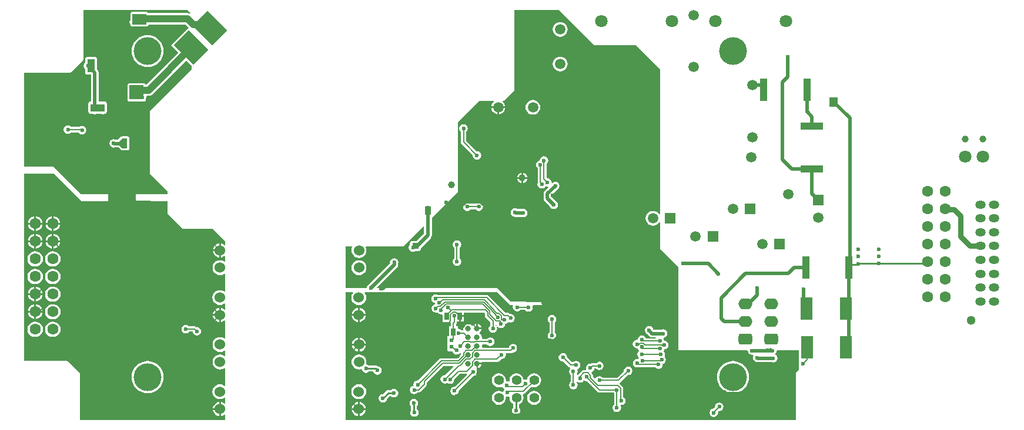
<source format=gbl>
G04 Layer_Physical_Order=2*
G04 Layer_Color=16711680*
%FSLAX25Y25*%
%MOIN*%
G70*
G01*
G75*
%ADD10R,0.02441X0.02284*%
G04:AMPARAMS|DCode=34|XSize=157.48mil|YSize=118.11mil|CornerRadius=0mil|HoleSize=0mil|Usage=FLASHONLY|Rotation=135.000|XOffset=0mil|YOffset=0mil|HoleType=Round|Shape=Rectangle|*
%AMROTATEDRECTD34*
4,1,4,0.09744,-0.01392,0.01392,-0.09744,-0.09744,0.01392,-0.01392,0.09744,0.09744,-0.01392,0.0*
%
%ADD34ROTATEDRECTD34*%

%ADD49R,0.02559X0.04134*%
%ADD58C,0.02000*%
%ADD59C,0.01000*%
%ADD60C,0.00600*%
%ADD61C,0.00800*%
%ADD62C,0.03000*%
%ADD64R,0.05020X0.05315*%
%ADD70R,0.04263X0.07682*%
%ADD71R,0.07874X0.07874*%
%ADD74R,0.02200X0.05300*%
%ADD77O,0.05905X0.04724*%
%ADD78C,0.06299*%
%ADD79C,0.03937*%
%ADD80C,0.07087*%
%ADD81C,0.05905*%
%ADD82R,0.05905X0.05905*%
%ADD83C,0.05512*%
%ADD84C,0.05118*%
%ADD85C,0.06000*%
%ADD86O,0.07874X0.06299*%
G04:AMPARAMS|DCode=87|XSize=62.99mil|YSize=78.74mil|CornerRadius=15.75mil|HoleSize=0mil|Usage=FLASHONLY|Rotation=90.000|XOffset=0mil|YOffset=0mil|HoleType=Round|Shape=RoundedRectangle|*
%AMROUNDEDRECTD87*
21,1,0.06299,0.04724,0,0,90.0*
21,1,0.03150,0.07874,0,0,90.0*
1,1,0.03150,0.02362,0.01575*
1,1,0.03150,0.02362,-0.01575*
1,1,0.03150,-0.02362,-0.01575*
1,1,0.03150,-0.02362,0.01575*
%
%ADD87ROUNDEDRECTD87*%
%ADD88R,0.05905X0.05905*%
%ADD89C,0.03150*%
%ADD90C,0.15748*%
%ADD91C,0.02362*%
%ADD92R,0.07087X0.12598*%
%ADD93R,0.12992X0.04134*%
%ADD94R,0.04134X0.12992*%
%ADD95R,0.01181X0.01181*%
%ADD96C,0.04000*%
%ADD97R,0.02953X0.01968*%
%ADD98R,0.09200X0.20200*%
%ADD99R,0.08011X0.04480*%
%ADD100R,0.07874X0.05905*%
%ADD101R,0.03300X0.05100*%
%ADD102R,0.03700X0.03400*%
G36*
X281496Y212598D02*
X291339Y202756D01*
X314961D01*
X316929Y200787D01*
X328740Y188976D01*
Y106739D01*
X328240Y106608D01*
X327662Y107362D01*
X326794Y108027D01*
X325784Y108446D01*
X324700Y108589D01*
X323616Y108446D01*
X322606Y108027D01*
X321738Y107362D01*
X321073Y106494D01*
X320654Y105484D01*
X320511Y104400D01*
X320654Y103316D01*
X321073Y102306D01*
X321738Y101438D01*
X322606Y100773D01*
X323616Y100354D01*
X324700Y100211D01*
X325784Y100354D01*
X326794Y100773D01*
X327662Y101438D01*
X328240Y102192D01*
X328740Y102061D01*
Y96457D01*
Y87079D01*
X330750Y85069D01*
X339017Y76802D01*
Y43307D01*
Y29528D01*
X378216D01*
X378485Y29200D01*
X378670Y28271D01*
X379196Y27483D01*
X379984Y26957D01*
X380913Y26772D01*
X381192Y26828D01*
X381493D01*
X381729Y26387D01*
X381557Y26129D01*
X381372Y25200D01*
X381557Y24271D01*
X382083Y23483D01*
X382871Y22957D01*
X383123Y22907D01*
X383242Y22828D01*
X384100Y22657D01*
X391972D01*
X392900Y22472D01*
X393829Y22657D01*
X394617Y23183D01*
X395143Y23971D01*
X395328Y24900D01*
X395143Y25829D01*
X394617Y26617D01*
X394168Y26916D01*
X394117Y27483D01*
X394643Y28271D01*
X394828Y29200D01*
X395097Y29528D01*
X407462D01*
Y23702D01*
X407480D01*
Y22082D01*
X407415Y21752D01*
X407480Y21422D01*
Y18199D01*
X406255Y16974D01*
X405879Y16411D01*
X405747Y15748D01*
Y-10078D01*
X150533D01*
Y62500D01*
X154385D01*
X154632Y62000D01*
X154201Y61439D01*
X153778Y60418D01*
X153634Y59321D01*
X153778Y58225D01*
X154201Y57203D01*
X154875Y56326D01*
X155752Y55653D01*
X156774Y55229D01*
X157870Y55085D01*
X158967Y55229D01*
X159988Y55653D01*
X160866Y56326D01*
X161539Y57203D01*
X161962Y58225D01*
X162106Y59321D01*
X161962Y60418D01*
X161539Y61439D01*
X161109Y62000D01*
X161355Y62500D01*
X164158D01*
X164800Y62372D01*
X165442Y62500D01*
X236400Y62500D01*
X243782Y55118D01*
X245095D01*
X245415Y54618D01*
X245272Y53900D01*
X245457Y52971D01*
X245983Y52183D01*
X246771Y51657D01*
X247700Y51472D01*
X248629Y51657D01*
X249417Y52183D01*
X249542Y52371D01*
X252191D01*
X252383Y52083D01*
X253171Y51557D01*
X254100Y51372D01*
X255029Y51557D01*
X255817Y52083D01*
X256343Y52871D01*
X256528Y53800D01*
X256365Y54618D01*
X256639Y55118D01*
X261811Y55118D01*
X261511Y56889D01*
X244037Y56963D01*
X236400Y64600D01*
X168426D01*
X168234Y65062D01*
X179586Y76414D01*
X180072Y77142D01*
X180243Y78000D01*
Y78372D01*
X180428Y79300D01*
X180243Y80229D01*
X179717Y81017D01*
X178929Y81543D01*
X178000Y81728D01*
X177071Y81543D01*
X176283Y81017D01*
X175757Y80229D01*
X175572Y79300D01*
X175664Y78837D01*
X163870Y67042D01*
X163083Y66517D01*
X162557Y65729D01*
X162372Y64800D01*
X162208Y64600D01*
X150533D01*
Y88583D01*
X153991D01*
X154236Y88083D01*
X153878Y87218D01*
X153734Y86121D01*
X153878Y85025D01*
X154301Y84003D01*
X154975Y83126D01*
X155852Y82453D01*
X156874Y82029D01*
X157970Y81885D01*
X159066Y82029D01*
X160088Y82453D01*
X160966Y83126D01*
X161639Y84003D01*
X162062Y85025D01*
X162206Y86121D01*
X162062Y87218D01*
X161704Y88083D01*
X161949Y88583D01*
X183071D01*
X194394Y99906D01*
X194856Y99715D01*
Y95728D01*
X190651Y91523D01*
X188100D01*
X187632Y91430D01*
X187235Y91165D01*
X186970Y90768D01*
X186876Y90300D01*
Y89332D01*
X186424Y88655D01*
X186239Y87726D01*
X186424Y86797D01*
X186950Y86009D01*
X187738Y85483D01*
X188667Y85298D01*
X189596Y85483D01*
X189885Y85676D01*
X191800D01*
X192268Y85770D01*
X192665Y86035D01*
X192930Y86432D01*
X193024Y86900D01*
Y87321D01*
X193117Y87383D01*
X193642Y88170D01*
X198685Y93213D01*
X199172Y93941D01*
X199342Y94799D01*
Y104854D01*
X204724Y110236D01*
X213945Y119457D01*
Y149430D01*
Y158827D01*
X218504Y163386D01*
X226378Y171260D01*
X234543D01*
X234713Y170760D01*
X234138Y170319D01*
X233505Y169493D01*
X233106Y168532D01*
X233036Y168000D01*
X240879D01*
X240809Y168532D01*
X240410Y169493D01*
X239777Y170319D01*
X239202Y170760D01*
X239372Y171260D01*
X240158D01*
X246063Y177165D01*
Y181102D01*
Y222676D01*
X271418D01*
X281496Y212598D01*
D02*
G37*
G36*
X62326Y221139D02*
X62048Y220723D01*
X61579Y220918D01*
X60743Y221028D01*
X38474D01*
X38267Y221338D01*
X37870Y221603D01*
X37402Y221696D01*
X29528D01*
X29059Y221603D01*
X28662Y221338D01*
X28397Y220941D01*
X28304Y220472D01*
Y217174D01*
X28107Y216879D01*
X27922Y215950D01*
X28107Y215021D01*
X28304Y214726D01*
Y214567D01*
X28397Y214099D01*
X28662Y213702D01*
X29059Y213437D01*
X29528Y213343D01*
X37402D01*
X37870Y213437D01*
X38267Y213702D01*
X38532Y214099D01*
X38625Y214567D01*
Y214572D01*
X59406D01*
X61323Y212656D01*
X51359Y202692D01*
X55493Y198558D01*
X37403Y180467D01*
X36905Y180517D01*
X36739Y180765D01*
X36342Y181030D01*
X35874Y181123D01*
X28000D01*
X27532Y181030D01*
X27135Y180765D01*
X26870Y180368D01*
X26776Y179900D01*
Y172026D01*
X26870Y171558D01*
X27135Y171161D01*
X27532Y170896D01*
X28000Y170802D01*
X35874D01*
X36342Y170896D01*
X36739Y171161D01*
X37004Y171558D01*
X37097Y172026D01*
Y172076D01*
X37249Y172302D01*
X37433Y173231D01*
X37369Y173554D01*
X37686Y173941D01*
X38669D01*
X39504Y174051D01*
X40282Y174373D01*
X40951Y174886D01*
X40951Y174886D01*
X40951Y174886D01*
X60058Y193993D01*
X62992Y191059D01*
Y188976D01*
X55118Y181102D01*
X39370Y165354D01*
Y161417D01*
Y129921D01*
X47244Y122047D01*
X49367Y119925D01*
Y118110D01*
X31496D01*
Y114173D01*
X49367D01*
Y107800D01*
X49499Y107137D01*
X49874Y106574D01*
X49874Y106574D01*
X49874Y106574D01*
X57674Y98774D01*
X58237Y98399D01*
X58900Y98267D01*
X58900Y98267D01*
X75082D01*
X82167Y91182D01*
Y89475D01*
X81718Y89254D01*
X81247Y89615D01*
X80274Y90018D01*
X79730Y90090D01*
Y86121D01*
Y82153D01*
X80274Y82224D01*
X81247Y82627D01*
X81718Y82989D01*
X82167Y82768D01*
Y79884D01*
X81718Y79663D01*
X81348Y79947D01*
X80326Y80371D01*
X79230Y80515D01*
X78133Y80371D01*
X77112Y79947D01*
X76235Y79274D01*
X75561Y78397D01*
X75138Y77375D01*
X74994Y76279D01*
X75138Y75182D01*
X75561Y74161D01*
X76235Y73283D01*
X77112Y72610D01*
X78133Y72187D01*
X79230Y72043D01*
X80326Y72187D01*
X81348Y72610D01*
X81718Y72894D01*
X82167Y72673D01*
Y62850D01*
X81718Y62629D01*
X81248Y62990D01*
X80226Y63413D01*
X79130Y63557D01*
X78034Y63413D01*
X77012Y62990D01*
X76135Y62317D01*
X75461Y61439D01*
X75038Y60418D01*
X74894Y59321D01*
X75038Y58225D01*
X75461Y57203D01*
X76135Y56326D01*
X77012Y55653D01*
X78034Y55229D01*
X79130Y55085D01*
X80226Y55229D01*
X81248Y55653D01*
X81718Y56013D01*
X82167Y55792D01*
Y52756D01*
X81718Y52535D01*
X81147Y52973D01*
X80174Y53376D01*
X79630Y53447D01*
Y49479D01*
Y45510D01*
X80174Y45582D01*
X81147Y45985D01*
X81718Y46423D01*
X82167Y46202D01*
Y36227D01*
X81718Y36006D01*
X81348Y36290D01*
X80326Y36713D01*
X79230Y36858D01*
X78133Y36713D01*
X77112Y36290D01*
X76235Y35617D01*
X75561Y34739D01*
X75138Y33718D01*
X74994Y32621D01*
X75138Y31525D01*
X75561Y30503D01*
X76235Y29626D01*
X77112Y28953D01*
X78133Y28529D01*
X79230Y28385D01*
X80326Y28529D01*
X81348Y28953D01*
X81718Y29237D01*
X82167Y29015D01*
Y26384D01*
X81718Y26163D01*
X81348Y26447D01*
X80326Y26871D01*
X79230Y27015D01*
X78133Y26871D01*
X77112Y26447D01*
X76235Y25774D01*
X75561Y24897D01*
X75138Y23875D01*
X74994Y22779D01*
X75138Y21682D01*
X75561Y20661D01*
X76235Y19783D01*
X77112Y19110D01*
X78133Y18687D01*
X79230Y18542D01*
X80326Y18687D01*
X81348Y19110D01*
X81718Y19394D01*
X82167Y19173D01*
Y9450D01*
X81718Y9229D01*
X81248Y9590D01*
X80226Y10013D01*
X79130Y10158D01*
X78034Y10013D01*
X77012Y9590D01*
X76135Y8917D01*
X75461Y8039D01*
X75038Y7018D01*
X74894Y5921D01*
X75038Y4825D01*
X75461Y3803D01*
X76135Y2926D01*
X77012Y2253D01*
X78034Y1829D01*
X79130Y1685D01*
X80226Y1829D01*
X81248Y2253D01*
X81718Y2613D01*
X82167Y2392D01*
Y-644D01*
X81718Y-865D01*
X81147Y-427D01*
X80174Y-24D01*
X79630Y47D01*
Y-3921D01*
Y-7890D01*
X80174Y-7818D01*
X81147Y-7415D01*
X81718Y-6977D01*
X82167Y-7198D01*
Y-10078D01*
X-235D01*
Y15748D01*
X-235Y15748D01*
X-367Y16411D01*
X-743Y16974D01*
X-6648Y22879D01*
X-7211Y23255D01*
X-7874Y23387D01*
X-31731D01*
Y129921D01*
X-14963D01*
X785Y114173D01*
X15748D01*
Y118110D01*
X605D01*
X-15143Y133858D01*
X-31496D01*
D01*
X-31496D01*
X-31731Y134093D01*
Y171260D01*
X-31731Y171260D01*
X-31731Y171260D01*
Y171260D01*
Y187243D01*
X-5906D01*
X-5242Y187375D01*
X-4680Y187751D01*
X-4680Y187751D01*
X-4680Y187751D01*
X1226Y193656D01*
X1226Y193656D01*
X1226Y193656D01*
X1601Y194219D01*
X1733Y194882D01*
Y222676D01*
X60788D01*
X62326Y221139D01*
D02*
G37*
%LPC*%
G36*
X157370Y48979D02*
X153901D01*
X153973Y48434D01*
X154376Y47462D01*
X155017Y46626D01*
X155853Y45985D01*
X156826Y45582D01*
X157370Y45510D01*
Y48979D01*
D02*
G37*
G36*
X217520Y48328D02*
X215740D01*
Y45761D01*
X217520D01*
Y48328D01*
D02*
G37*
G36*
X161839Y48979D02*
X158370D01*
Y45510D01*
X158914Y45582D01*
X159887Y45985D01*
X160723Y46626D01*
X161364Y47462D01*
X161767Y48434D01*
X161839Y48979D01*
D02*
G37*
G36*
X201500Y61228D02*
X200571Y61043D01*
X199783Y60517D01*
X199257Y59729D01*
X199072Y58800D01*
X199257Y57871D01*
X199783Y57083D01*
X200571Y56557D01*
X200987Y56474D01*
X200972Y56400D01*
X201144Y55537D01*
X200671Y55443D01*
X199883Y54917D01*
X199357Y54129D01*
X199172Y53200D01*
X199357Y52271D01*
X199883Y51483D01*
X200671Y50957D01*
X201600Y50772D01*
X202529Y50957D01*
X202555Y50975D01*
X202883Y50483D01*
X203671Y49957D01*
X204600Y49772D01*
X204894Y49831D01*
X205280Y49514D01*
Y45561D01*
X209592D01*
X210003Y45061D01*
X209971Y44900D01*
Y43039D01*
X209020D01*
Y37313D01*
X208167D01*
Y32630D01*
Y28929D01*
X210908D01*
X211080Y28757D01*
X211157Y28371D01*
X211683Y27583D01*
X212471Y27057D01*
X213400Y26872D01*
X214329Y27057D01*
X215117Y27583D01*
X215432Y28055D01*
X215903Y27860D01*
X215896Y27825D01*
Y27059D01*
X213667Y24829D01*
X204668D01*
X204083Y24713D01*
X203587Y24381D01*
X191505Y12300D01*
X191284Y12343D01*
X190355Y12159D01*
X189568Y11632D01*
X189041Y10845D01*
X188856Y9916D01*
X188989Y9247D01*
X188387Y9127D01*
X187599Y8601D01*
X187073Y7813D01*
X186888Y6884D01*
X187073Y5955D01*
X187599Y5168D01*
X188387Y4641D01*
X189316Y4456D01*
X190245Y4641D01*
X191032Y5168D01*
X191158Y5355D01*
X191684D01*
X192270Y5471D01*
X192766Y5803D01*
X196081Y9119D01*
X196413Y9615D01*
X196529Y10200D01*
Y11167D01*
X205933Y20571D01*
X211571D01*
X211762Y20109D01*
X206921Y15267D01*
X206700Y15311D01*
X205771Y15126D01*
X204983Y14600D01*
X204457Y13813D01*
X204272Y12883D01*
X204457Y11954D01*
X204983Y11167D01*
X205771Y10640D01*
X206700Y10456D01*
X207629Y10640D01*
X208137Y10980D01*
X208771Y10557D01*
X209700Y10372D01*
X210629Y10557D01*
X211417Y11083D01*
X211943Y11871D01*
X212128Y12800D01*
X212084Y13021D01*
X215015Y15952D01*
X218982D01*
X219141Y15713D01*
X219203Y15466D01*
X212421Y8684D01*
X212200Y8728D01*
X211271Y8543D01*
X210483Y8017D01*
X209957Y7229D01*
X209772Y6300D01*
X209957Y5371D01*
X210483Y4583D01*
X211271Y4057D01*
X212200Y3872D01*
X213129Y4057D01*
X213917Y4583D01*
X214443Y5371D01*
X214628Y6300D01*
X214584Y6521D01*
X222846Y14783D01*
X222900Y14772D01*
X223829Y14957D01*
X224617Y15483D01*
X225143Y16271D01*
X225328Y17200D01*
X225143Y18129D01*
X224749Y18719D01*
X224817Y18937D01*
X225000Y19216D01*
X225572Y19291D01*
X226199Y19551D01*
X226736Y19964D01*
X227149Y20502D01*
X227409Y21128D01*
X227431Y21300D01*
X224900D01*
Y22300D01*
X227476D01*
X227784Y22745D01*
X236275D01*
X236860Y22862D01*
X237356Y23193D01*
X238679Y24516D01*
X238900Y24472D01*
X239829Y24657D01*
X240617Y25183D01*
X241143Y25971D01*
X241328Y26900D01*
X241236Y27359D01*
X241554Y27745D01*
X244075D01*
X244660Y27862D01*
X245156Y28193D01*
X245179Y28216D01*
X245400Y28172D01*
X246329Y28357D01*
X247117Y28883D01*
X247643Y29671D01*
X247828Y30600D01*
X247643Y31529D01*
X247117Y32317D01*
X246329Y32843D01*
X245400Y33028D01*
X244471Y32843D01*
X243683Y32317D01*
X243157Y31529D01*
X243013Y30804D01*
X227980D01*
X227634Y31304D01*
X227699Y31800D01*
X227640Y32245D01*
X228009Y32745D01*
X230533D01*
X230658Y32558D01*
X231446Y32032D01*
X232375Y31847D01*
X233304Y32032D01*
X234091Y32558D01*
X234618Y33346D01*
X234803Y34275D01*
X234618Y35204D01*
X234091Y35991D01*
X233304Y36518D01*
X232375Y36703D01*
X231446Y36518D01*
X230658Y35991D01*
X230533Y35804D01*
X227980D01*
X227634Y36304D01*
X227699Y36800D01*
X227603Y37524D01*
X227324Y38199D01*
X226879Y38779D01*
X226427Y39126D01*
X226418Y39142D01*
X226380Y39570D01*
X226415Y39717D01*
X226736Y39964D01*
X227149Y40501D01*
X227409Y41128D01*
X227431Y41300D01*
X224900D01*
Y41800D01*
X224400D01*
Y44331D01*
X224228Y44309D01*
X223602Y44049D01*
X223064Y43636D01*
X222817Y43315D01*
X222670Y43281D01*
X222242Y43318D01*
X222226Y43327D01*
X221879Y43779D01*
X221299Y44224D01*
X220624Y44503D01*
X219900Y44599D01*
X219176Y44503D01*
X218501Y44224D01*
X217921Y43779D01*
X217476Y43199D01*
X217197Y42524D01*
X217101Y41800D01*
X217176Y41229D01*
X216863Y40729D01*
X216242D01*
X216117Y40917D01*
X215329Y41443D01*
X214400Y41628D01*
X214366Y41621D01*
X213980Y41938D01*
Y43039D01*
X213029D01*
Y44267D01*
X213106Y44343D01*
X213437Y44839D01*
X213554Y45424D01*
Y45761D01*
X214740D01*
Y48828D01*
X215240D01*
Y49328D01*
X217520D01*
Y50852D01*
X229088D01*
X229471Y50469D01*
Y49160D01*
X229587Y48575D01*
X229919Y48078D01*
X232471Y45526D01*
Y43542D01*
X232283Y43417D01*
X231757Y42629D01*
X231572Y41700D01*
X231757Y40771D01*
X232283Y39983D01*
X233071Y39457D01*
X234000Y39272D01*
X234929Y39457D01*
X235717Y39983D01*
X236243Y40771D01*
X236428Y41700D01*
X236243Y42629D01*
X235717Y43417D01*
X235529Y43542D01*
Y43792D01*
X236029Y44144D01*
X236152Y44100D01*
X236257Y43571D01*
X236783Y42783D01*
X237571Y42257D01*
X238500Y42072D01*
X239429Y42257D01*
X240217Y42783D01*
X240743Y43571D01*
X240894Y44331D01*
X241529Y44457D01*
X242317Y44983D01*
X242722Y45590D01*
X243071Y45357D01*
X244000Y45172D01*
X244929Y45357D01*
X245717Y45883D01*
X246243Y46671D01*
X246428Y47600D01*
X246243Y48529D01*
X245717Y49317D01*
X244929Y49843D01*
X244000Y50028D01*
X243779Y49984D01*
X243564Y50199D01*
X243068Y50530D01*
X242483Y50647D01*
X241123D01*
X231407Y60362D01*
X230910Y60694D01*
X230325Y60811D01*
X202777D01*
X202429Y61043D01*
X201500Y61228D01*
D02*
G37*
G36*
X225400Y44331D02*
Y42300D01*
X227431D01*
X227409Y42472D01*
X227149Y43099D01*
X226736Y43636D01*
X226199Y44049D01*
X225572Y44309D01*
X225400Y44331D01*
D02*
G37*
G36*
X157370Y53447D02*
X156826Y53376D01*
X155853Y52973D01*
X155017Y52332D01*
X154376Y51496D01*
X153973Y50523D01*
X153901Y49979D01*
X157370D01*
Y53447D01*
D02*
G37*
G36*
X158370D02*
Y49979D01*
X161839D01*
X161767Y50523D01*
X161364Y51496D01*
X160723Y52332D01*
X159887Y52973D01*
X158914Y53376D01*
X158370Y53447D01*
D02*
G37*
G36*
X322600Y43128D02*
X321671Y42943D01*
X320883Y42417D01*
X320357Y41629D01*
X320172Y40700D01*
X320357Y39771D01*
X320883Y38983D01*
X321151Y38804D01*
X322642Y37314D01*
X323369Y36828D01*
X324228Y36657D01*
X326093D01*
X326362Y36157D01*
X326344Y36129D01*
X320703D01*
X320643Y36429D01*
X320117Y37217D01*
X319329Y37743D01*
X318400Y37928D01*
X317471Y37743D01*
X316683Y37217D01*
X316157Y36429D01*
X316026Y35773D01*
X315754Y35402D01*
X315504Y35289D01*
X314771Y35143D01*
X313983Y34617D01*
X313457Y33829D01*
X313272Y32900D01*
X313457Y31971D01*
X313983Y31183D01*
X314771Y30657D01*
X315700Y30472D01*
X316024Y30537D01*
X316057Y30371D01*
X316583Y29583D01*
X316785Y29449D01*
Y28949D01*
X316583Y28814D01*
X316057Y28026D01*
X315872Y27097D01*
X316057Y26168D01*
X316583Y25380D01*
X316935Y25145D01*
X316457Y24429D01*
X316451Y24398D01*
X315800Y24528D01*
X314871Y24343D01*
X314083Y23817D01*
X313557Y23029D01*
X313372Y22100D01*
X313557Y21171D01*
X314083Y20383D01*
X314871Y19857D01*
X315800Y19672D01*
X316447Y19801D01*
X316600Y19771D01*
X326058D01*
X326183Y19583D01*
X326971Y19057D01*
X327900Y18872D01*
X328829Y19057D01*
X329617Y19583D01*
X330143Y20371D01*
X330328Y21300D01*
X330252Y21682D01*
X330629Y21757D01*
X331417Y22283D01*
X331943Y23071D01*
X332128Y24000D01*
X331943Y24929D01*
X331417Y25717D01*
X331159Y25889D01*
X331346Y26168D01*
X331531Y27097D01*
X331346Y28026D01*
X330820Y28814D01*
X330740Y28867D01*
X331143Y29471D01*
X331269Y30106D01*
X332029Y30257D01*
X332817Y30783D01*
X333343Y31571D01*
X333528Y32500D01*
X333343Y33429D01*
X332817Y34217D01*
X332029Y34743D01*
X331100Y34928D01*
X331064Y34921D01*
X330943Y35529D01*
X330624Y36007D01*
X330854Y36562D01*
X331329Y36657D01*
X332117Y37183D01*
X332643Y37971D01*
X332828Y38900D01*
X332643Y39829D01*
X332117Y40617D01*
X331329Y41143D01*
X330400Y41328D01*
X329472Y41143D01*
X325157D01*
X324886Y41414D01*
X324843Y41629D01*
X324317Y42417D01*
X323529Y42943D01*
X322600Y43128D01*
D02*
G37*
G36*
X157370Y47D02*
X156826Y-24D01*
X155853Y-427D01*
X155017Y-1068D01*
X154376Y-1904D01*
X153973Y-2877D01*
X153901Y-3421D01*
X157370D01*
Y47D01*
D02*
G37*
G36*
X158370D02*
Y-3421D01*
X161839D01*
X161767Y-2877D01*
X161364Y-1904D01*
X160723Y-1068D01*
X159887Y-427D01*
X158914Y-24D01*
X158370Y47D01*
D02*
G37*
G36*
X157870Y10158D02*
X156774Y10013D01*
X155752Y9590D01*
X154875Y8917D01*
X154201Y8039D01*
X153778Y7018D01*
X153634Y5921D01*
X153778Y4825D01*
X154201Y3803D01*
X154875Y2926D01*
X155752Y2253D01*
X156774Y1829D01*
X157870Y1685D01*
X158967Y1829D01*
X159988Y2253D01*
X160866Y2926D01*
X161539Y3803D01*
X161962Y4825D01*
X162106Y5921D01*
X161962Y7018D01*
X161539Y8039D01*
X160866Y8917D01*
X159988Y9590D01*
X158967Y10013D01*
X157870Y10158D01*
D02*
G37*
G36*
X257300Y6390D02*
X256267Y6254D01*
X255305Y5855D01*
X254479Y5221D01*
X253844Y4395D01*
X253446Y3433D01*
X253310Y2400D01*
X253446Y1367D01*
X253844Y405D01*
X254479Y-421D01*
X255305Y-1056D01*
X256267Y-1454D01*
X257300Y-1590D01*
X258333Y-1454D01*
X259295Y-1056D01*
X260121Y-421D01*
X260755Y405D01*
X261154Y1367D01*
X261290Y2400D01*
X261154Y3433D01*
X260755Y4395D01*
X260121Y5221D01*
X259295Y5855D01*
X258333Y6254D01*
X257300Y6390D01*
D02*
G37*
G36*
X157370Y-4421D02*
X153901D01*
X153973Y-4966D01*
X154376Y-5939D01*
X155017Y-6774D01*
X155853Y-7415D01*
X156826Y-7818D01*
X157370Y-7890D01*
Y-4421D01*
D02*
G37*
G36*
X189100Y1828D02*
X188171Y1643D01*
X187383Y1117D01*
X186857Y329D01*
X186672Y-600D01*
X186857Y-1529D01*
X187367Y-2292D01*
Y-4907D01*
X187257Y-5071D01*
X187072Y-6000D01*
X187257Y-6929D01*
X187783Y-7717D01*
X188571Y-8243D01*
X189500Y-8428D01*
X190429Y-8243D01*
X191217Y-7717D01*
X191743Y-6929D01*
X191928Y-6000D01*
X191743Y-5071D01*
X191217Y-4283D01*
X190833Y-4027D01*
Y-2292D01*
X191343Y-1529D01*
X191528Y-600D01*
X191343Y329D01*
X190817Y1117D01*
X190029Y1643D01*
X189100Y1828D01*
D02*
G37*
G36*
X362300Y-272D02*
X361371Y-457D01*
X360583Y-983D01*
X360057Y-1771D01*
X359872Y-2700D01*
X359916Y-2921D01*
X359156Y-3681D01*
X358271Y-3857D01*
X357483Y-4383D01*
X356957Y-5171D01*
X356772Y-6100D01*
X356957Y-7029D01*
X357483Y-7817D01*
X358271Y-8343D01*
X359200Y-8528D01*
X360129Y-8343D01*
X360917Y-7817D01*
X361443Y-7029D01*
X361628Y-6100D01*
X361534Y-5629D01*
X362079Y-5084D01*
X362300Y-5128D01*
X363229Y-4943D01*
X364017Y-4417D01*
X364543Y-3629D01*
X364728Y-2700D01*
X364543Y-1771D01*
X364017Y-983D01*
X363229Y-457D01*
X362300Y-272D01*
D02*
G37*
G36*
X161839Y-4421D02*
X158370D01*
Y-7890D01*
X158914Y-7818D01*
X159887Y-7415D01*
X160723Y-6774D01*
X161364Y-5939D01*
X161767Y-4966D01*
X161839Y-4421D01*
D02*
G37*
G36*
X161939Y32121D02*
X158470D01*
Y28653D01*
X159014Y28724D01*
X159987Y29127D01*
X160823Y29768D01*
X161464Y30604D01*
X161867Y31577D01*
X161939Y32121D01*
D02*
G37*
G36*
X157470D02*
X154001D01*
X154073Y31577D01*
X154476Y30604D01*
X155117Y29768D01*
X155953Y29127D01*
X156926Y28724D01*
X157470Y28653D01*
Y32121D01*
D02*
G37*
G36*
Y36590D02*
X156926Y36518D01*
X155953Y36115D01*
X155117Y35474D01*
X154476Y34639D01*
X154073Y33665D01*
X154001Y33121D01*
X157470D01*
Y36590D01*
D02*
G37*
G36*
X267500Y49528D02*
X266571Y49343D01*
X265783Y48817D01*
X265257Y48029D01*
X265072Y47100D01*
X265257Y46171D01*
X265783Y45383D01*
X265971Y45258D01*
Y39642D01*
X265783Y39517D01*
X265257Y38729D01*
X265072Y37800D01*
X265257Y36871D01*
X265783Y36083D01*
X266571Y35557D01*
X267500Y35372D01*
X268429Y35557D01*
X269217Y36083D01*
X269743Y36871D01*
X269928Y37800D01*
X269743Y38729D01*
X269217Y39517D01*
X269029Y39642D01*
Y45258D01*
X269217Y45383D01*
X269743Y46171D01*
X269928Y47100D01*
X269743Y48029D01*
X269217Y48817D01*
X268429Y49343D01*
X267500Y49528D01*
D02*
G37*
G36*
X158470Y36590D02*
Y33121D01*
X161939D01*
X161867Y33665D01*
X161464Y34639D01*
X160823Y35474D01*
X159987Y36115D01*
X159014Y36518D01*
X158470Y36590D01*
D02*
G37*
G36*
X177865Y7563D02*
X176936Y7378D01*
X176173Y6869D01*
X174636D01*
X174635Y6869D01*
X173972Y6737D01*
X173410Y6361D01*
X171571Y4522D01*
X170671Y4343D01*
X169883Y3817D01*
X169357Y3029D01*
X169172Y2100D01*
X169357Y1171D01*
X169883Y383D01*
X170671Y-143D01*
X171600Y-328D01*
X172529Y-143D01*
X173317Y383D01*
X173843Y1171D01*
X174022Y2071D01*
X175353Y3402D01*
X176173D01*
X176936Y2892D01*
X177865Y2708D01*
X178794Y2892D01*
X179581Y3419D01*
X180107Y4206D01*
X180292Y5135D01*
X180107Y6064D01*
X179581Y6852D01*
X178794Y7378D01*
X177865Y7563D01*
D02*
G37*
G36*
X370079Y23290D02*
X368300Y23115D01*
X366589Y22596D01*
X365013Y21754D01*
X363631Y20620D01*
X362497Y19238D01*
X361655Y17662D01*
X361136Y15951D01*
X360961Y14173D01*
X361136Y12394D01*
X361655Y10683D01*
X362497Y9107D01*
X363631Y7725D01*
X365013Y6591D01*
X366589Y5749D01*
X368300Y5230D01*
X370079Y5055D01*
X371858Y5230D01*
X373568Y5749D01*
X375144Y6591D01*
X376526Y7725D01*
X377660Y9107D01*
X378503Y10683D01*
X379022Y12394D01*
X379197Y14173D01*
X379022Y15951D01*
X378503Y17662D01*
X377660Y19238D01*
X376526Y20620D01*
X375144Y21754D01*
X373568Y22596D01*
X371858Y23115D01*
X370079Y23290D01*
D02*
G37*
G36*
X257300Y16390D02*
X256267Y16254D01*
X255305Y15856D01*
X254479Y15221D01*
X253844Y14395D01*
X253446Y13433D01*
X253393Y13032D01*
X252987Y12741D01*
X252550Y12828D01*
X251759Y12670D01*
X251220Y12931D01*
X251154Y13433D01*
X250756Y14395D01*
X250121Y15221D01*
X249295Y15856D01*
X248333Y16254D01*
X247300Y16390D01*
X246267Y16254D01*
X245305Y15856D01*
X244479Y15221D01*
X243845Y14395D01*
X243446Y13433D01*
X243310Y12400D01*
X243389Y11804D01*
X242922Y11514D01*
X242729Y11643D01*
X241800Y11828D01*
X241620Y11792D01*
X241255Y12134D01*
X241290Y12400D01*
X241154Y13433D01*
X240756Y14395D01*
X240121Y15221D01*
X239295Y15856D01*
X238333Y16254D01*
X237300Y16390D01*
X236267Y16254D01*
X235305Y15856D01*
X234479Y15221D01*
X233844Y14395D01*
X233446Y13433D01*
X233310Y12400D01*
X233446Y11367D01*
X233844Y10405D01*
X234479Y9579D01*
X235305Y8945D01*
X236267Y8546D01*
X237300Y8410D01*
X238333Y8546D01*
X238979Y8814D01*
X239543Y8540D01*
X239557Y8471D01*
X240083Y7683D01*
X240483Y7416D01*
Y7217D01*
X239957Y6429D01*
X239879Y6038D01*
X239328Y5830D01*
X239295Y5855D01*
X238333Y6254D01*
X237300Y6390D01*
X236267Y6254D01*
X235305Y5855D01*
X234479Y5221D01*
X233844Y4395D01*
X233446Y3433D01*
X233310Y2400D01*
X233446Y1367D01*
X233844Y405D01*
X234479Y-421D01*
X235305Y-1056D01*
X236267Y-1454D01*
X237300Y-1590D01*
X238333Y-1454D01*
X239295Y-1056D01*
X240121Y-421D01*
X240756Y405D01*
X241154Y1367D01*
X241290Y2400D01*
X241244Y2753D01*
X241693Y3173D01*
X242200Y3072D01*
X242913Y3214D01*
X243335Y2891D01*
X243367Y2833D01*
X243310Y2400D01*
X243446Y1367D01*
X243845Y405D01*
X244479Y-421D01*
X245305Y-1056D01*
X245367Y-1081D01*
Y-3108D01*
X244857Y-3871D01*
X244672Y-4800D01*
X244857Y-5729D01*
X245383Y-6517D01*
X246171Y-7043D01*
X247100Y-7228D01*
X248029Y-7043D01*
X248817Y-6517D01*
X249343Y-5729D01*
X249528Y-4800D01*
X249343Y-3871D01*
X248833Y-3108D01*
Y-1247D01*
X249295Y-1056D01*
X250121Y-421D01*
X250756Y405D01*
X251154Y1367D01*
X251290Y2400D01*
X251154Y3433D01*
X250908Y4027D01*
X251052Y4324D01*
X251235Y4544D01*
X251735Y4643D01*
X252231Y4975D01*
X255939Y8682D01*
X256267Y8546D01*
X257300Y8410D01*
X258333Y8546D01*
X259295Y8945D01*
X260121Y9579D01*
X260755Y10405D01*
X261154Y11367D01*
X261290Y12400D01*
X261154Y13433D01*
X260755Y14395D01*
X260121Y15221D01*
X259295Y15856D01*
X258333Y16254D01*
X257300Y16390D01*
D02*
G37*
G36*
X157970Y27015D02*
X156874Y26871D01*
X155852Y26447D01*
X154975Y25774D01*
X154301Y24897D01*
X153878Y23875D01*
X153734Y22779D01*
X153878Y21682D01*
X154301Y20661D01*
X154975Y19783D01*
X155852Y19110D01*
X156874Y18687D01*
X157970Y18542D01*
X159066Y18687D01*
X159227Y18753D01*
X159668Y18518D01*
X159757Y18071D01*
X160283Y17283D01*
X161071Y16757D01*
X162000Y16572D01*
X162929Y16757D01*
X163692Y17267D01*
X166118D01*
X166157Y17071D01*
X166683Y16283D01*
X167471Y15757D01*
X168400Y15572D01*
X169329Y15757D01*
X170117Y16283D01*
X170643Y17071D01*
X170828Y18000D01*
X170643Y18929D01*
X170117Y19717D01*
X169329Y20243D01*
X168400Y20428D01*
X168341Y20416D01*
X168063Y20601D01*
X167400Y20733D01*
X163692D01*
X162929Y21243D01*
X162460Y21336D01*
X162062Y21682D01*
X162206Y22779D01*
X162062Y23875D01*
X161639Y24897D01*
X160966Y25774D01*
X160088Y26447D01*
X159066Y26871D01*
X157970Y27015D01*
D02*
G37*
G36*
X273700Y27928D02*
X272771Y27743D01*
X271983Y27217D01*
X271457Y26429D01*
X271272Y25500D01*
X271457Y24571D01*
X271983Y23783D01*
X272771Y23257D01*
X273700Y23072D01*
X273921Y23116D01*
X277119Y19919D01*
X277615Y19587D01*
X277786Y19553D01*
X277891Y19022D01*
X277883Y19017D01*
X277357Y18229D01*
X277172Y17300D01*
X277357Y16371D01*
X277883Y15583D01*
X278071Y15458D01*
Y11442D01*
X277883Y11317D01*
X277357Y10529D01*
X277172Y9600D01*
X277357Y8671D01*
X277883Y7883D01*
X278671Y7357D01*
X279600Y7172D01*
X280529Y7357D01*
X281317Y7883D01*
X281843Y8671D01*
X282028Y9600D01*
X281843Y10529D01*
X281356Y11259D01*
X281375Y11414D01*
X281700Y11596D01*
X281932Y11617D01*
X282471Y11257D01*
X283400Y11072D01*
X284329Y11257D01*
X285117Y11783D01*
X285568Y12460D01*
X286171Y12057D01*
X287100Y11872D01*
X287157Y11884D01*
X293321Y5719D01*
X293818Y5387D01*
X294403Y5271D01*
X302358D01*
X302483Y5083D01*
X302671Y4958D01*
Y-1358D01*
X302483Y-1483D01*
X301957Y-2271D01*
X301772Y-3200D01*
X301957Y-4129D01*
X302483Y-4917D01*
X303271Y-5443D01*
X304200Y-5628D01*
X305129Y-5443D01*
X305917Y-4917D01*
X306443Y-4129D01*
X306628Y-3200D01*
X306443Y-2271D01*
X306333Y-2106D01*
X306610Y-1690D01*
X306800Y-1728D01*
X307729Y-1543D01*
X308517Y-1017D01*
X309043Y-229D01*
X309228Y700D01*
X309043Y1629D01*
X308517Y2417D01*
X307810Y2888D01*
Y7662D01*
X307694Y8247D01*
X307363Y8743D01*
X305738Y10368D01*
X305737Y10489D01*
X305753Y10618D01*
X305827Y10915D01*
X306281Y11219D01*
X310479Y15416D01*
X310700Y15372D01*
X311629Y15557D01*
X312417Y16083D01*
X312943Y16871D01*
X313128Y17800D01*
X312943Y18729D01*
X312417Y19517D01*
X311629Y20043D01*
X310700Y20228D01*
X309771Y20043D01*
X308983Y19517D01*
X308457Y18729D01*
X308272Y17800D01*
X308316Y17579D01*
X304567Y13829D01*
X296142D01*
X296017Y14017D01*
X295229Y14543D01*
X294300Y14728D01*
X293371Y14543D01*
X292583Y14017D01*
X292251Y13519D01*
X291627Y13436D01*
X290710Y14352D01*
Y15162D01*
X290594Y15747D01*
X290263Y16243D01*
X289853Y16653D01*
X289999Y17131D01*
X290129Y17157D01*
X290917Y17683D01*
X291443Y18471D01*
X291548Y19001D01*
X292493D01*
X292618Y18813D01*
X293406Y18287D01*
X294335Y18102D01*
X295264Y18287D01*
X296051Y18813D01*
X296578Y19601D01*
X296762Y20530D01*
X296578Y21459D01*
X296051Y22247D01*
X295264Y22773D01*
X294335Y22958D01*
X293406Y22773D01*
X292618Y22247D01*
X292493Y22059D01*
X290330D01*
X289745Y21943D01*
X289487Y21771D01*
X289200Y21828D01*
X288271Y21643D01*
X287483Y21117D01*
X286957Y20329D01*
X286772Y19400D01*
X286926Y18629D01*
X286630Y18129D01*
X285600D01*
X285015Y18013D01*
X284519Y17681D01*
X282607Y15770D01*
X282471Y15743D01*
X281994Y15424D01*
X281980Y15420D01*
X281427Y15647D01*
X281411Y15725D01*
X281843Y16371D01*
X282028Y17300D01*
X281846Y18211D01*
X281831Y18355D01*
X281957Y18658D01*
X282072Y18786D01*
X282817Y19283D01*
X283343Y20071D01*
X283528Y21000D01*
X283343Y21929D01*
X282817Y22717D01*
X282029Y23243D01*
X281100Y23428D01*
X280171Y23243D01*
X279383Y22717D01*
X279305Y22599D01*
X278795Y22568D01*
X276084Y25279D01*
X276128Y25500D01*
X275943Y26429D01*
X275417Y27217D01*
X274629Y27743D01*
X273700Y27928D01*
D02*
G37*
G36*
X226000Y113428D02*
X225071Y113243D01*
X224283Y112717D01*
X224226Y112631D01*
X221274D01*
X221217Y112717D01*
X220429Y113243D01*
X219500Y113428D01*
X218571Y113243D01*
X217783Y112717D01*
X217257Y111929D01*
X217072Y111000D01*
X217257Y110071D01*
X217783Y109283D01*
X218571Y108757D01*
X219500Y108572D01*
X220429Y108757D01*
X221217Y109283D01*
X221274Y109369D01*
X224226D01*
X224283Y109283D01*
X225071Y108757D01*
X226000Y108572D01*
X226929Y108757D01*
X227717Y109283D01*
X228243Y110071D01*
X228428Y111000D01*
X228243Y111929D01*
X227717Y112717D01*
X226929Y113243D01*
X226000Y113428D01*
D02*
G37*
G36*
X262900Y139628D02*
X261971Y139443D01*
X261183Y138917D01*
X260657Y138129D01*
X260480Y137241D01*
X259890Y137124D01*
X259102Y136598D01*
X258576Y135810D01*
X258391Y134881D01*
X258576Y133952D01*
X259102Y133164D01*
X259290Y133039D01*
Y124681D01*
X259368Y124284D01*
X259272Y123800D01*
X259457Y122871D01*
X259983Y122083D01*
X260771Y121557D01*
X261700Y121372D01*
X262629Y121557D01*
X263417Y122083D01*
X263776Y122621D01*
X263871Y122557D01*
X264800Y122372D01*
X265041Y122420D01*
X265287Y121959D01*
X263314Y119986D01*
X262828Y119258D01*
X262657Y118400D01*
Y115600D01*
X262828Y114742D01*
X263314Y114014D01*
X266158Y111170D01*
X266683Y110383D01*
X267471Y109857D01*
X268400Y109672D01*
X269329Y109857D01*
X270117Y110383D01*
X270643Y111171D01*
X270828Y112100D01*
X270643Y113029D01*
X270117Y113817D01*
X269330Y114342D01*
X267143Y116529D01*
Y117471D01*
X270230Y120557D01*
X271017Y121083D01*
X271543Y121871D01*
X271728Y122800D01*
X271543Y123729D01*
X271017Y124517D01*
X270229Y125043D01*
X269300Y125228D01*
X268371Y125043D01*
X267696Y124592D01*
X267304Y124766D01*
X267279Y124781D01*
X267222Y124831D01*
X267043Y125729D01*
X266517Y126517D01*
X265729Y127043D01*
X264800Y127228D01*
X264429Y127639D01*
Y135358D01*
X264617Y135483D01*
X265143Y136271D01*
X265328Y137200D01*
X265143Y138129D01*
X264617Y138917D01*
X263829Y139443D01*
X262900Y139628D01*
D02*
G37*
G36*
X250100Y126800D02*
X247672D01*
X247708Y126525D01*
X248007Y125803D01*
X248483Y125183D01*
X249103Y124707D01*
X249825Y124408D01*
X250100Y124372D01*
Y126800D01*
D02*
G37*
G36*
Y130228D02*
X249825Y130192D01*
X249103Y129893D01*
X248483Y129417D01*
X248007Y128797D01*
X247708Y128075D01*
X247672Y127800D01*
X250100D01*
Y130228D01*
D02*
G37*
G36*
X253528Y126800D02*
X251100D01*
Y124372D01*
X251375Y124408D01*
X252097Y124707D01*
X252717Y125183D01*
X253193Y125803D01*
X253492Y126525D01*
X253528Y126800D01*
D02*
G37*
G36*
X246400Y110228D02*
X245471Y110043D01*
X244683Y109517D01*
X244157Y108729D01*
X243972Y107800D01*
X244157Y106871D01*
X244683Y106083D01*
X245471Y105557D01*
X245723Y105507D01*
X245842Y105428D01*
X246700Y105257D01*
X250172D01*
X251100Y105072D01*
X252029Y105257D01*
X252817Y105783D01*
X253343Y106571D01*
X253528Y107500D01*
X253343Y108429D01*
X252817Y109217D01*
X252029Y109743D01*
X251100Y109928D01*
X250172Y109743D01*
X247778D01*
X247329Y110043D01*
X246400Y110228D01*
D02*
G37*
G36*
X251100Y130228D02*
Y127800D01*
X253528D01*
X253492Y128075D01*
X253193Y128797D01*
X252717Y129417D01*
X252097Y129893D01*
X251375Y130192D01*
X251100Y130228D01*
D02*
G37*
G36*
X240879Y167000D02*
X237457D01*
Y163579D01*
X237989Y163649D01*
X238951Y164047D01*
X239777Y164681D01*
X240410Y165507D01*
X240809Y166468D01*
X240879Y167000D01*
D02*
G37*
G36*
X236457D02*
X233036D01*
X233106Y166468D01*
X233505Y165507D01*
X234138Y164681D01*
X234964Y164047D01*
X235926Y163649D01*
X236457Y163579D01*
Y167000D01*
D02*
G37*
G36*
X272100Y196246D02*
X271016Y196103D01*
X270006Y195685D01*
X269138Y195019D01*
X268473Y194152D01*
X268054Y193142D01*
X267911Y192058D01*
X268054Y190973D01*
X268473Y189963D01*
X269138Y189096D01*
X270006Y188430D01*
X271016Y188012D01*
X272100Y187869D01*
X273184Y188012D01*
X274194Y188430D01*
X275062Y189096D01*
X275727Y189963D01*
X276146Y190973D01*
X276289Y192058D01*
X276146Y193142D01*
X275727Y194152D01*
X275062Y195019D01*
X274194Y195685D01*
X273184Y196103D01*
X272100Y196246D01*
D02*
G37*
G36*
Y215931D02*
X271016Y215788D01*
X270006Y215370D01*
X269138Y214704D01*
X268473Y213837D01*
X268054Y212827D01*
X267911Y211742D01*
X268054Y210658D01*
X268473Y209648D01*
X269138Y208781D01*
X270006Y208115D01*
X271016Y207697D01*
X272100Y207554D01*
X273184Y207697D01*
X274194Y208115D01*
X275062Y208781D01*
X275727Y209648D01*
X276146Y210658D01*
X276289Y211742D01*
X276146Y212827D01*
X275727Y213837D01*
X275062Y214704D01*
X274194Y215370D01*
X273184Y215788D01*
X272100Y215931D01*
D02*
G37*
G36*
X217300Y157928D02*
X216371Y157743D01*
X215583Y157217D01*
X215057Y156429D01*
X214872Y155500D01*
X215057Y154571D01*
X215583Y153783D01*
X215771Y153658D01*
Y147700D01*
X215887Y147115D01*
X216219Y146619D01*
X222516Y140321D01*
X222472Y140100D01*
X222657Y139171D01*
X223183Y138383D01*
X223971Y137857D01*
X224900Y137672D01*
X225829Y137857D01*
X226617Y138383D01*
X227143Y139171D01*
X227328Y140100D01*
X227143Y141029D01*
X226617Y141817D01*
X225829Y142343D01*
X224900Y142528D01*
X224679Y142484D01*
X218829Y148334D01*
Y153658D01*
X219017Y153783D01*
X219543Y154571D01*
X219728Y155500D01*
X219543Y156429D01*
X219017Y157217D01*
X218229Y157743D01*
X217300Y157928D01*
D02*
G37*
G36*
X256643Y171689D02*
X255558Y171546D01*
X254548Y171127D01*
X253681Y170462D01*
X253015Y169594D01*
X252597Y168584D01*
X252454Y167500D01*
X252597Y166416D01*
X253015Y165406D01*
X253681Y164538D01*
X254548Y163873D01*
X255558Y163454D01*
X256643Y163311D01*
X257727Y163454D01*
X258737Y163873D01*
X259604Y164538D01*
X260270Y165406D01*
X260688Y166416D01*
X260831Y167500D01*
X260688Y168584D01*
X260270Y169594D01*
X259604Y170462D01*
X258737Y171127D01*
X257727Y171546D01*
X256643Y171689D01*
D02*
G37*
G36*
X213600Y91828D02*
X212671Y91643D01*
X211883Y91117D01*
X211357Y90329D01*
X211172Y89400D01*
X211357Y88471D01*
X211883Y87683D01*
X211969Y87626D01*
Y81474D01*
X211883Y81417D01*
X211357Y80629D01*
X211172Y79700D01*
X211357Y78771D01*
X211883Y77983D01*
X212671Y77457D01*
X213600Y77272D01*
X214529Y77457D01*
X215317Y77983D01*
X215843Y78771D01*
X216028Y79700D01*
X215843Y80629D01*
X215317Y81417D01*
X215231Y81474D01*
Y87626D01*
X215317Y87683D01*
X215843Y88471D01*
X216028Y89400D01*
X215843Y90329D01*
X215317Y91117D01*
X214529Y91643D01*
X213600Y91828D01*
D02*
G37*
G36*
X157970Y80515D02*
X156874Y80371D01*
X155852Y79947D01*
X154975Y79274D01*
X154301Y78397D01*
X153878Y77375D01*
X153734Y76279D01*
X153878Y75182D01*
X154301Y74161D01*
X154975Y73283D01*
X155852Y72610D01*
X156874Y72187D01*
X157970Y72043D01*
X159066Y72187D01*
X160088Y72610D01*
X160966Y73283D01*
X161639Y74161D01*
X162062Y75182D01*
X162206Y76279D01*
X162062Y77375D01*
X161639Y78397D01*
X160966Y79274D01*
X160088Y79947D01*
X159066Y80371D01*
X157970Y80515D01*
D02*
G37*
G36*
X78630Y48979D02*
X75161D01*
X75233Y48434D01*
X75636Y47462D01*
X76277Y46626D01*
X77113Y45985D01*
X78086Y45582D01*
X78630Y45510D01*
Y48979D01*
D02*
G37*
G36*
X-15590Y55726D02*
X-16726Y55576D01*
X-17784Y55138D01*
X-18693Y54441D01*
X-19390Y53532D01*
X-19828Y52474D01*
X-19978Y51339D01*
X-19828Y50203D01*
X-19390Y49145D01*
X-18693Y48236D01*
X-17784Y47539D01*
X-16726Y47101D01*
X-15590Y46951D01*
X-14455Y47101D01*
X-13397Y47539D01*
X-12488Y48236D01*
X-11791Y49145D01*
X-11353Y50203D01*
X-11203Y51339D01*
X-11353Y52474D01*
X-11791Y53532D01*
X-12488Y54441D01*
X-13397Y55138D01*
X-14455Y55576D01*
X-15590Y55726D01*
D02*
G37*
G36*
Y45726D02*
X-16726Y45576D01*
X-17784Y45138D01*
X-18693Y44441D01*
X-19390Y43532D01*
X-19828Y42474D01*
X-19978Y41339D01*
X-19828Y40203D01*
X-19390Y39145D01*
X-18693Y38236D01*
X-17784Y37539D01*
X-16726Y37101D01*
X-15590Y36951D01*
X-14455Y37101D01*
X-13397Y37539D01*
X-12488Y38236D01*
X-11791Y39145D01*
X-11353Y40203D01*
X-11203Y41339D01*
X-11353Y42474D01*
X-11791Y43532D01*
X-12488Y44441D01*
X-13397Y45138D01*
X-14455Y45576D01*
X-15590Y45726D01*
D02*
G37*
G36*
X-25591D02*
X-26726Y45576D01*
X-27784Y45138D01*
X-28693Y44441D01*
X-29390Y43532D01*
X-29828Y42474D01*
X-29978Y41339D01*
X-29828Y40203D01*
X-29390Y39145D01*
X-28693Y38236D01*
X-27784Y37539D01*
X-26726Y37101D01*
X-25591Y36951D01*
X-24455Y37101D01*
X-23397Y37539D01*
X-22488Y38236D01*
X-21791Y39145D01*
X-21353Y40203D01*
X-21203Y41339D01*
X-21353Y42474D01*
X-21791Y43532D01*
X-22488Y44441D01*
X-23397Y45138D01*
X-24455Y45576D01*
X-25591Y45726D01*
D02*
G37*
G36*
X59776Y43903D02*
X58846Y43718D01*
X58059Y43192D01*
X57533Y42405D01*
X57348Y41476D01*
X57533Y40547D01*
X58059Y39759D01*
X58846Y39233D01*
X59776Y39048D01*
X60705Y39233D01*
X61492Y39759D01*
X61617Y39946D01*
X63723D01*
X63857Y39271D01*
X64383Y38483D01*
X65171Y37957D01*
X66100Y37772D01*
X67029Y37957D01*
X67817Y38483D01*
X68343Y39271D01*
X68528Y40200D01*
X68343Y41129D01*
X67817Y41917D01*
X67029Y42443D01*
X66100Y42628D01*
X65869Y42582D01*
X65410Y42889D01*
X64824Y43005D01*
X61617D01*
X61492Y43192D01*
X60705Y43718D01*
X59776Y43903D01*
D02*
G37*
G36*
X-26091Y50839D02*
X-29710D01*
X-29633Y50255D01*
X-29215Y49246D01*
X-28550Y48379D01*
X-27683Y47714D01*
X-26674Y47296D01*
X-26091Y47219D01*
Y50839D01*
D02*
G37*
G36*
X-15590Y65726D02*
X-16726Y65576D01*
X-17784Y65138D01*
X-18693Y64441D01*
X-19390Y63532D01*
X-19828Y62474D01*
X-19978Y61339D01*
X-19828Y60203D01*
X-19390Y59145D01*
X-18693Y58236D01*
X-17784Y57539D01*
X-16726Y57101D01*
X-15590Y56951D01*
X-14455Y57101D01*
X-13397Y57539D01*
X-12488Y58236D01*
X-11791Y59145D01*
X-11353Y60203D01*
X-11203Y61339D01*
X-11353Y62474D01*
X-11791Y63532D01*
X-12488Y64441D01*
X-13397Y65138D01*
X-14455Y65576D01*
X-15590Y65726D01*
D02*
G37*
G36*
X-25091Y55458D02*
Y51839D01*
X-21471D01*
X-21548Y52422D01*
X-21966Y53431D01*
X-22631Y54298D01*
X-23498Y54963D01*
X-24507Y55381D01*
X-25091Y55458D01*
D02*
G37*
G36*
X-26091Y60839D02*
X-29710D01*
X-29633Y60255D01*
X-29215Y59246D01*
X-28550Y58379D01*
X-27683Y57714D01*
X-26674Y57296D01*
X-26091Y57219D01*
Y60839D01*
D02*
G37*
G36*
Y65458D02*
X-26674Y65381D01*
X-27683Y64963D01*
X-28550Y64298D01*
X-29215Y63431D01*
X-29633Y62422D01*
X-29710Y61839D01*
X-26091D01*
Y65458D01*
D02*
G37*
G36*
X-21471Y60839D02*
X-25091D01*
Y57219D01*
X-24507Y57296D01*
X-23498Y57714D01*
X-22631Y58379D01*
X-21966Y59246D01*
X-21548Y60255D01*
X-21471Y60839D01*
D02*
G37*
G36*
Y50839D02*
X-25091D01*
Y47219D01*
X-24507Y47296D01*
X-23498Y47714D01*
X-22631Y48379D01*
X-21966Y49246D01*
X-21548Y50255D01*
X-21471Y50839D01*
D02*
G37*
G36*
X78630Y53447D02*
X78086Y53376D01*
X77113Y52973D01*
X76277Y52332D01*
X75636Y51496D01*
X75233Y50523D01*
X75161Y49979D01*
X78630D01*
Y53447D01*
D02*
G37*
G36*
X-26091Y55458D02*
X-26674Y55381D01*
X-27683Y54963D01*
X-28550Y54298D01*
X-29215Y53431D01*
X-29633Y52422D01*
X-29710Y51839D01*
X-26091D01*
Y55458D01*
D02*
G37*
G36*
X78630Y47D02*
X78086Y-24D01*
X77113Y-427D01*
X76277Y-1068D01*
X75636Y-1904D01*
X75233Y-2877D01*
X75161Y-3421D01*
X78630D01*
Y47D01*
D02*
G37*
G36*
Y-4421D02*
X75161D01*
X75233Y-4966D01*
X75636Y-5939D01*
X76277Y-6774D01*
X77113Y-7415D01*
X78086Y-7818D01*
X78630Y-7890D01*
Y-4421D01*
D02*
G37*
G36*
X38138Y23290D02*
X36360Y23115D01*
X34649Y22596D01*
X33073Y21754D01*
X31691Y20620D01*
X30557Y19238D01*
X29715Y17662D01*
X29196Y15951D01*
X29021Y14173D01*
X29196Y12394D01*
X29715Y10683D01*
X30557Y9107D01*
X31691Y7725D01*
X33073Y6591D01*
X34649Y5749D01*
X36360Y5230D01*
X38138Y5055D01*
X39917Y5230D01*
X41628Y5749D01*
X43204Y6591D01*
X44586Y7725D01*
X45720Y9107D01*
X46562Y10683D01*
X47081Y12394D01*
X47256Y14173D01*
X47081Y15951D01*
X46562Y17662D01*
X45720Y19238D01*
X44586Y20620D01*
X43204Y21754D01*
X41628Y22596D01*
X39917Y23115D01*
X38138Y23290D01*
D02*
G37*
G36*
X-25091Y105458D02*
Y101839D01*
X-21471D01*
X-21548Y102422D01*
X-21966Y103431D01*
X-22631Y104298D01*
X-23498Y104963D01*
X-24507Y105381D01*
X-25091Y105458D01*
D02*
G37*
G36*
X-26091D02*
X-26674Y105381D01*
X-27683Y104963D01*
X-28550Y104298D01*
X-29215Y103431D01*
X-29633Y102422D01*
X-29710Y101839D01*
X-26091D01*
Y105458D01*
D02*
G37*
G36*
X-16091D02*
X-16674Y105381D01*
X-17683Y104963D01*
X-18550Y104298D01*
X-19215Y103431D01*
X-19633Y102422D01*
X-19710Y101839D01*
X-16091D01*
Y105458D01*
D02*
G37*
G36*
X-15090D02*
Y101839D01*
X-11471D01*
X-11548Y102422D01*
X-11966Y103431D01*
X-12631Y104298D01*
X-13498Y104963D01*
X-14507Y105381D01*
X-15090Y105458D01*
D02*
G37*
G36*
X38138Y208541D02*
X36360Y208365D01*
X34649Y207846D01*
X33073Y207004D01*
X31691Y205870D01*
X30557Y204488D01*
X29715Y202912D01*
X29196Y201201D01*
X29021Y199423D01*
X29196Y197644D01*
X29715Y195933D01*
X30557Y194357D01*
X31691Y192975D01*
X33073Y191841D01*
X34649Y190999D01*
X36360Y190480D01*
X38138Y190305D01*
X39917Y190480D01*
X41628Y190999D01*
X43204Y191841D01*
X44586Y192975D01*
X45720Y194357D01*
X46562Y195933D01*
X47081Y197644D01*
X47256Y199423D01*
X47081Y201201D01*
X46562Y202912D01*
X45720Y204488D01*
X44586Y205870D01*
X43204Y207004D01*
X41628Y207846D01*
X39917Y208365D01*
X38138Y208541D01*
D02*
G37*
G36*
X26518Y150979D02*
X23763D01*
X23294Y150886D01*
X22897Y150621D01*
X21419Y149143D01*
X19978D01*
X19829Y149243D01*
X18900Y149428D01*
X17971Y149243D01*
X17183Y148717D01*
X16657Y147929D01*
X16472Y147000D01*
X16657Y146071D01*
X17183Y145283D01*
X17971Y144757D01*
X18900Y144572D01*
X19326Y144657D01*
X21620D01*
X22897Y143379D01*
X23294Y143114D01*
X23763Y143021D01*
X26518D01*
X26987Y143114D01*
X27384Y143379D01*
X27649Y143776D01*
X27742Y144244D01*
Y149756D01*
X27649Y150224D01*
X27384Y150621D01*
X26987Y150886D01*
X26518Y150979D01*
D02*
G37*
G36*
X-7027Y157164D02*
X-7956Y156979D01*
X-8743Y156453D01*
X-9270Y155665D01*
X-9454Y154736D01*
X-9270Y153807D01*
X-8743Y153019D01*
X-7956Y152493D01*
X-7027Y152308D01*
X-6098Y152493D01*
X-5310Y153019D01*
X-5185Y153207D01*
X-1000D01*
X-717Y152783D01*
X71Y152257D01*
X1000Y152072D01*
X1929Y152257D01*
X2717Y152783D01*
X3243Y153571D01*
X3428Y154500D01*
X3243Y155429D01*
X2717Y156217D01*
X1929Y156743D01*
X1000Y156928D01*
X71Y156743D01*
X-643Y156266D01*
X-5185D01*
X-5310Y156453D01*
X-6098Y156979D01*
X-7027Y157164D01*
D02*
G37*
G36*
X8200Y196105D02*
X3937D01*
X3469Y196012D01*
X3072Y195747D01*
X2807Y195350D01*
X2713Y194882D01*
Y192804D01*
X2583Y192717D01*
X2057Y191929D01*
X1872Y191000D01*
X2057Y190071D01*
X2583Y189283D01*
X2713Y189196D01*
Y187200D01*
X2807Y186732D01*
X3072Y186335D01*
X3469Y186070D01*
X3937Y185977D01*
X5957D01*
Y170723D01*
X5768D01*
X5300Y170630D01*
X4903Y170365D01*
X4638Y169968D01*
X4545Y169500D01*
Y165021D01*
X4638Y164552D01*
X4903Y164155D01*
X5300Y163890D01*
X5768Y163797D01*
X7211D01*
X7271Y163757D01*
X8200Y163572D01*
X9129Y163757D01*
X9189Y163797D01*
X11811D01*
X11871Y163757D01*
X12800Y163572D01*
X13729Y163757D01*
X13793Y163800D01*
X14248Y163890D01*
X14645Y164155D01*
X14910Y164552D01*
X15000Y165007D01*
X15043Y165071D01*
X15228Y166000D01*
X15043Y166929D01*
X15003Y166989D01*
Y169500D01*
X14910Y169968D01*
X14645Y170365D01*
X14248Y170630D01*
X13780Y170723D01*
X10443D01*
Y187200D01*
X10272Y188058D01*
X9786Y188786D01*
X9424Y189149D01*
Y194882D01*
X9330Y195350D01*
X9065Y195747D01*
X8668Y196012D01*
X8200Y196105D01*
D02*
G37*
G36*
X-15590Y85726D02*
X-16726Y85576D01*
X-17784Y85138D01*
X-18693Y84441D01*
X-19390Y83532D01*
X-19828Y82474D01*
X-19978Y81339D01*
X-19828Y80203D01*
X-19390Y79145D01*
X-18693Y78236D01*
X-17784Y77539D01*
X-16726Y77101D01*
X-15590Y76951D01*
X-14455Y77101D01*
X-13397Y77539D01*
X-12488Y78236D01*
X-11791Y79145D01*
X-11353Y80203D01*
X-11203Y81339D01*
X-11353Y82474D01*
X-11791Y83532D01*
X-12488Y84441D01*
X-13397Y85138D01*
X-14455Y85576D01*
X-15590Y85726D01*
D02*
G37*
G36*
X78730Y85621D02*
X75261D01*
X75333Y85077D01*
X75736Y84104D01*
X76377Y83268D01*
X77213Y82627D01*
X78186Y82224D01*
X78730Y82153D01*
Y85621D01*
D02*
G37*
G36*
X-26091Y90839D02*
X-29710D01*
X-29633Y90255D01*
X-29215Y89246D01*
X-28550Y88379D01*
X-27683Y87714D01*
X-26674Y87296D01*
X-26091Y87219D01*
Y90839D01*
D02*
G37*
G36*
X78730Y90090D02*
X78186Y90018D01*
X77213Y89615D01*
X76377Y88974D01*
X75736Y88139D01*
X75333Y87165D01*
X75261Y86621D01*
X78730D01*
Y90090D01*
D02*
G37*
G36*
X-25591Y75726D02*
X-26726Y75576D01*
X-27784Y75138D01*
X-28693Y74441D01*
X-29390Y73532D01*
X-29828Y72474D01*
X-29978Y71339D01*
X-29828Y70203D01*
X-29390Y69145D01*
X-28693Y68236D01*
X-27784Y67539D01*
X-26726Y67101D01*
X-25591Y66951D01*
X-24455Y67101D01*
X-23397Y67539D01*
X-22488Y68236D01*
X-21791Y69145D01*
X-21353Y70203D01*
X-21203Y71339D01*
X-21353Y72474D01*
X-21791Y73532D01*
X-22488Y74441D01*
X-23397Y75138D01*
X-24455Y75576D01*
X-25591Y75726D01*
D02*
G37*
G36*
X-25091Y65458D02*
Y61839D01*
X-21471D01*
X-21548Y62422D01*
X-21966Y63431D01*
X-22631Y64298D01*
X-23498Y64963D01*
X-24507Y65381D01*
X-25091Y65458D01*
D02*
G37*
G36*
X-15590Y75726D02*
X-16726Y75576D01*
X-17784Y75138D01*
X-18693Y74441D01*
X-19390Y73532D01*
X-19828Y72474D01*
X-19978Y71339D01*
X-19828Y70203D01*
X-19390Y69145D01*
X-18693Y68236D01*
X-17784Y67539D01*
X-16726Y67101D01*
X-15590Y66951D01*
X-14455Y67101D01*
X-13397Y67539D01*
X-12488Y68236D01*
X-11791Y69145D01*
X-11353Y70203D01*
X-11203Y71339D01*
X-11353Y72474D01*
X-11791Y73532D01*
X-12488Y74441D01*
X-13397Y75138D01*
X-14455Y75576D01*
X-15590Y75726D01*
D02*
G37*
G36*
X-25591Y85726D02*
X-26726Y85576D01*
X-27784Y85138D01*
X-28693Y84441D01*
X-29390Y83532D01*
X-29828Y82474D01*
X-29978Y81339D01*
X-29828Y80203D01*
X-29390Y79145D01*
X-28693Y78236D01*
X-27784Y77539D01*
X-26726Y77101D01*
X-25591Y76951D01*
X-24455Y77101D01*
X-23397Y77539D01*
X-22488Y78236D01*
X-21791Y79145D01*
X-21353Y80203D01*
X-21203Y81339D01*
X-21353Y82474D01*
X-21791Y83532D01*
X-22488Y84441D01*
X-23397Y85138D01*
X-24455Y85576D01*
X-25591Y85726D01*
D02*
G37*
G36*
X-21471Y90839D02*
X-25091D01*
Y87219D01*
X-24507Y87296D01*
X-23498Y87714D01*
X-22631Y88379D01*
X-21966Y89246D01*
X-21548Y90255D01*
X-21471Y90839D01*
D02*
G37*
G36*
X-26091Y100839D02*
X-29710D01*
X-29633Y100255D01*
X-29215Y99246D01*
X-28550Y98379D01*
X-27683Y97714D01*
X-26674Y97296D01*
X-26091Y97219D01*
Y100839D01*
D02*
G37*
G36*
X-15090Y95458D02*
Y91839D01*
X-11471D01*
X-11548Y92422D01*
X-11966Y93431D01*
X-12631Y94298D01*
X-13498Y94963D01*
X-14507Y95381D01*
X-15090Y95458D01*
D02*
G37*
G36*
X-21471Y100839D02*
X-25091D01*
Y97219D01*
X-24507Y97296D01*
X-23498Y97714D01*
X-22631Y98379D01*
X-21966Y99246D01*
X-21548Y100255D01*
X-21471Y100839D01*
D02*
G37*
G36*
X-11471D02*
X-15090D01*
Y97219D01*
X-14507Y97296D01*
X-13498Y97714D01*
X-12631Y98379D01*
X-11966Y99246D01*
X-11548Y100255D01*
X-11471Y100839D01*
D02*
G37*
G36*
X-16091D02*
X-19710D01*
X-19633Y100255D01*
X-19215Y99246D01*
X-18550Y98379D01*
X-17683Y97714D01*
X-16674Y97296D01*
X-16091Y97219D01*
Y100839D01*
D02*
G37*
G36*
Y95458D02*
X-16674Y95381D01*
X-17683Y94963D01*
X-18550Y94298D01*
X-19215Y93431D01*
X-19633Y92422D01*
X-19710Y91839D01*
X-16091D01*
Y95458D01*
D02*
G37*
G36*
X-11471Y90839D02*
X-15090D01*
Y87219D01*
X-14507Y87296D01*
X-13498Y87714D01*
X-12631Y88379D01*
X-11966Y89246D01*
X-11548Y90255D01*
X-11471Y90839D01*
D02*
G37*
G36*
X-16091D02*
X-19710D01*
X-19633Y90255D01*
X-19215Y89246D01*
X-18550Y88379D01*
X-17683Y87714D01*
X-16674Y87296D01*
X-16091Y87219D01*
Y90839D01*
D02*
G37*
G36*
X-25091Y95458D02*
Y91839D01*
X-21471D01*
X-21548Y92422D01*
X-21966Y93431D01*
X-22631Y94298D01*
X-23498Y94963D01*
X-24507Y95381D01*
X-25091Y95458D01*
D02*
G37*
G36*
X-26091D02*
X-26674Y95381D01*
X-27683Y94963D01*
X-28550Y94298D01*
X-29215Y93431D01*
X-29633Y92422D01*
X-29710Y91839D01*
X-26091D01*
Y95458D01*
D02*
G37*
%LPD*%
G36*
X26518Y144244D02*
X23763D01*
X21892Y146114D01*
Y147886D01*
X23763Y149756D01*
X26518D01*
Y144244D01*
D02*
G37*
D10*
X210588Y34972D02*
D03*
Y31271D02*
D03*
D34*
X62800Y201300D02*
D03*
X73600Y212300D02*
D03*
D49*
X211500Y39772D02*
D03*
X215240Y48828D02*
D03*
X207760D02*
D03*
D58*
X391535Y29232D02*
Y29823D01*
X387600Y177300D02*
Y178837D01*
X386319Y180118D02*
X387600Y178837D01*
X381201Y180118D02*
X386319D01*
X383876Y29232D02*
X391535D01*
X383582Y28938D02*
X383876Y29232D01*
X410039Y54921D02*
X411909Y53051D01*
X410039Y54921D02*
Y64173D01*
X435728Y32677D02*
Y76476D01*
X434252Y31201D02*
X435728Y32677D01*
X425800Y171900D02*
X436319Y161381D01*
Y77067D02*
Y161381D01*
X435728Y76476D02*
X436319Y77067D01*
X377100Y73000D02*
X401445D01*
X363300Y59200D02*
X377100Y73000D01*
X404921Y76476D02*
X411319D01*
X401445Y73000D02*
X404921Y76476D01*
X414800Y118421D02*
X418600Y114621D01*
X414800Y118421D02*
Y132495D01*
X412009Y164600D02*
Y177300D01*
Y164600D02*
X412400D01*
X414800Y162200D01*
Y156905D02*
Y162200D01*
X398200Y137800D02*
X403505Y132495D01*
X414800D01*
X401100Y192900D02*
Y195800D01*
Y184700D02*
Y192900D01*
X398200Y137800D02*
Y181800D01*
X401100Y184700D01*
X34000Y217800D02*
X37402D01*
X182100Y82600D02*
X192700D01*
X176200D02*
X182100D01*
Y74800D02*
Y82600D01*
X171600Y64300D02*
X182100Y74800D01*
X170600Y64300D02*
X171600D01*
X8200Y166000D02*
Y187200D01*
X6400Y189000D02*
X8200Y187200D01*
X264900Y115600D02*
X268400Y112100D01*
X264900Y115600D02*
Y118400D01*
X269300Y122800D01*
X383800Y25200D02*
X384100Y24900D01*
X246400Y107800D02*
X246700Y107500D01*
X251100D01*
X178000Y78000D02*
Y79300D01*
X164800Y64800D02*
X178000Y78000D01*
X191400Y89100D02*
X197099Y94799D01*
Y110299D02*
X197200Y110400D01*
X197099Y94799D02*
Y107301D01*
Y110299D01*
X384100Y24900D02*
X392900D01*
X322500Y40628D02*
X324228Y38900D01*
X330400D01*
X322500Y40628D02*
X322572Y40700D01*
X322600D01*
X365100Y45700D02*
X377100D01*
X341700Y78600D02*
X356100D01*
X361900Y72800D01*
X377100Y55700D02*
X378800D01*
X383800Y60700D01*
Y64600D01*
X363300Y47500D02*
X365100Y45700D01*
X363300Y47500D02*
Y59200D01*
X19200Y146900D02*
X22800D01*
X23400Y147500D01*
X192700Y82600D02*
X202100Y73200D01*
X215300D01*
D59*
X189100Y-6000D02*
Y-600D01*
X247100Y2200D02*
X247300Y2400D01*
X247100Y-4800D02*
Y2200D01*
X189100Y-6000D02*
X189500D01*
X167400Y19000D02*
X168400Y18000D01*
X162000Y19000D02*
X167400D01*
X171600Y2100D02*
X174635Y5135D01*
X177865D01*
X435900Y78000D02*
X440645D01*
X441385Y78740D01*
X477440D01*
D60*
X201500Y58800D02*
X201981Y59281D01*
X230325D01*
X203400Y56400D02*
X203700D01*
X204600Y52200D02*
Y52743D01*
X208400Y53600D02*
X210000Y52000D01*
X204262Y54319D02*
X206824Y56881D01*
X202719Y54319D02*
X204262D01*
X201600Y53200D02*
X202719Y54319D01*
X212024Y45424D02*
Y48984D01*
X210581Y52381D02*
X229722D01*
X207538Y55681D02*
X228119D01*
X206824Y56881D02*
X228616D01*
X205381Y58081D02*
X229113D01*
X329762Y32481D02*
X330422Y31822D01*
X218638Y113081D02*
X226862D01*
X217343Y111787D02*
X218638Y113081D01*
X207387Y111787D02*
X217343D01*
X226862Y113081D02*
X228156Y111787D01*
X231887D01*
X71800Y42149D02*
X79130Y49479D01*
X71800Y-1900D02*
Y42149D01*
Y-1900D02*
X73821Y-3921D01*
X79130D01*
X39200Y104700D02*
X46700Y97200D01*
X39200Y104700D02*
Y113200D01*
X-20974Y126600D02*
X-12873Y118499D01*
X-6484D01*
X71500Y57109D02*
X79130Y49479D01*
X71500Y57109D02*
Y82500D01*
X75121Y86121D01*
X79230D01*
X73751Y91600D02*
X79230Y86121D01*
X62600Y91600D02*
X73751D01*
X57000Y97200D02*
X62600Y91600D01*
X46700Y97200D02*
X57000D01*
X41700Y92200D02*
X46700Y97200D01*
X39400Y87600D02*
X41700Y92200D01*
X17600Y88600D02*
X36100D01*
X39400Y87600D01*
X-15590Y91339D02*
X14861D01*
X-15590D02*
Y101339D01*
X-25591D02*
X-15590D01*
X-25591Y91339D02*
X-15590D01*
X14861D02*
X17600Y88600D01*
X-15590Y91339D02*
X-8600Y84348D01*
Y68000D02*
Y84348D01*
X-10800Y65800D02*
X-8600Y68000D01*
X-20200Y65800D02*
X-10800D01*
X-24661Y61339D02*
X-20200Y65800D01*
X-25591Y61339D02*
X-24661D01*
X-2800Y55900D02*
X126Y52974D01*
X-18700Y55900D02*
X-2800D01*
X-23261Y51339D02*
X-18700Y55900D01*
X-25591Y51339D02*
X-23261D01*
X-25591D02*
Y61339D01*
X764Y154736D02*
X1000Y154500D01*
X-7027Y154736D02*
X764D01*
X64824Y41476D02*
X66100Y40200D01*
X59776Y41476D02*
X64824D01*
X267700Y34700D02*
X275100Y42100D01*
Y46200D01*
X259950Y35650D02*
X266750D01*
X267700Y34700D01*
X316600Y21300D02*
X327900D01*
X315800Y22100D02*
X316600Y21300D01*
X359200Y-6100D02*
Y-5800D01*
X362300Y-2700D01*
X329700Y23500D02*
Y24000D01*
X320299Y17000D02*
X354100D01*
X312050Y8750D02*
X320299Y17000D01*
X294400Y-5600D02*
X296200Y-7400D01*
X306300D01*
X309889Y-3811D01*
Y-2289D01*
X312050Y-128D01*
Y8750D01*
X378902Y5398D02*
X391200Y-6900D01*
X357200Y6500D02*
X365343D01*
X366444Y5398D01*
X378902D01*
X318300Y30400D02*
X328900D01*
X318300Y27097D02*
X329103D01*
X247900Y34000D02*
X258300D01*
X278200Y21000D02*
X281100D01*
X273700Y25500D02*
X278200Y21000D01*
X218300Y-7100D02*
X227300Y1900D01*
Y6600D01*
X289200Y19400D02*
X290330Y20530D01*
X294335D01*
X279600Y9600D02*
Y17300D01*
X306281Y1219D02*
X306800Y700D01*
X306281Y1219D02*
Y7662D01*
X304643Y9300D02*
X306281Y7662D01*
X293600Y9300D02*
X304643D01*
X294403Y6800D02*
X304200D01*
X287100Y14103D02*
X294403Y6800D01*
X304200Y-3200D02*
Y6800D01*
X289181Y13719D02*
X293600Y9300D01*
X287100Y14103D02*
Y14300D01*
X287743Y16600D02*
X289181Y15162D01*
X285600Y16600D02*
X287743D01*
X289181Y13719D02*
Y15162D01*
X283400Y14400D02*
X285600Y16600D01*
X283400Y13500D02*
Y14400D01*
X222425Y44275D02*
X224900Y41800D01*
X218875Y44275D02*
X222425D01*
X217028Y42428D02*
X218875Y44275D01*
X230200Y41800D02*
X237300Y34700D01*
X224900Y41800D02*
X230200D01*
X232598Y20847D02*
X243947D01*
X247900Y24800D01*
Y34000D01*
X247200Y34700D02*
X247900Y34000D01*
X237300Y34700D02*
X247200D01*
X236275Y24275D02*
X238900Y26900D01*
X223875Y24275D02*
X236275D01*
X222425Y22825D02*
X223875Y24275D01*
X222425Y20825D02*
Y22825D01*
X220925Y24325D02*
X222425Y25825D01*
X212200Y6300D02*
X222900Y17000D01*
Y17200D01*
X224981Y16338D02*
Y21719D01*
X224900Y21800D02*
X224981Y21719D01*
X224900Y16257D02*
X224981Y16338D01*
X224900Y9000D02*
Y16257D01*
Y9000D02*
X227300Y6600D01*
X223875Y29275D02*
X244075D01*
X222003D02*
X224528Y31800D01*
X224900D01*
X222425Y27825D02*
X223875Y29275D01*
X222425Y25825D02*
Y27825D01*
X218925Y24325D02*
X220925D01*
X167800Y-8600D02*
X191000D01*
X192500Y-7100D01*
X218300D01*
X223875Y34275D02*
X232375D01*
X223700Y34100D02*
X223875Y34275D01*
X221100Y34100D02*
X223700D01*
X217875Y34275D02*
X220925D01*
X221100Y34100D01*
X217500Y39200D02*
X219900Y36800D01*
X242756Y6056D02*
X251149D01*
X257300Y12207D01*
Y12400D01*
X250894Y8744D02*
X252550Y10400D01*
X242456Y8744D02*
X250894D01*
X241800Y9400D02*
X242456Y8744D01*
X242200Y5500D02*
X242756Y6056D01*
X213200Y-900D02*
X213300Y-800D01*
Y3300D01*
X163121Y-3921D02*
X167800Y-8600D01*
X157870Y-3921D02*
X163121D01*
X162400Y15900D02*
X169700Y8600D01*
X177800D01*
X195000Y10200D02*
Y11800D01*
X191684Y6884D02*
X195000Y10200D01*
X189316Y6884D02*
X191684D01*
X176500Y55000D02*
Y57600D01*
X168500Y47000D02*
X176500Y55000D01*
X157870Y49479D02*
X166021D01*
X168500Y47000D01*
X157870Y49479D02*
X157970Y49379D01*
Y32621D02*
Y49379D01*
X163079Y32621D02*
X167600Y28100D01*
X157970Y32621D02*
X163079D01*
X152600Y27251D02*
X157970Y32621D01*
X152600Y16000D02*
Y27251D01*
X152500Y15900D02*
X152600Y16000D01*
X152500Y1449D02*
Y15900D01*
Y1449D02*
X157870Y-3921D01*
X217300Y147700D02*
Y155500D01*
X280500Y93781D02*
X296121D01*
X280500D02*
Y109700D01*
X267900Y117400D02*
X272800D01*
X296121Y93781D02*
X304539Y102200D01*
X275100Y49300D02*
X294700Y68900D01*
X262728Y58228D02*
X263200Y58700D01*
X244728Y58228D02*
X262728D01*
X229757Y73200D02*
X244728Y58228D01*
X215300Y73200D02*
X229757D01*
X294300Y12300D02*
X305200D01*
X310700Y17800D01*
X262900Y126700D02*
X264800Y124800D01*
X262900Y126700D02*
Y137200D01*
X260819Y124681D02*
Y134881D01*
Y124681D02*
X261700Y123800D01*
X257999Y150399D02*
X275399D01*
X309700Y190100D02*
Y200100D01*
Y184700D02*
Y190100D01*
X275399Y150399D02*
X309700Y184700D01*
X217300Y147700D02*
X224900Y140100D01*
X236958Y167500D02*
X244000D01*
X256100Y155400D01*
X257999Y153501D01*
Y150399D02*
Y153501D01*
Y150399D02*
X258050Y150349D01*
Y136950D02*
Y150349D01*
X255900Y134800D02*
X258050Y136950D01*
X255900Y123300D02*
Y134800D01*
X254700Y122100D02*
X255900Y123300D01*
X242200Y122100D02*
X254700D01*
X207190Y111590D02*
X207387Y111787D01*
X207190Y100690D02*
Y111590D01*
Y100690D02*
X207579Y100300D01*
X218400D01*
X221088Y97612D01*
X231212D01*
X262300Y91600D02*
X264481Y93781D01*
X248400Y91600D02*
X262300D01*
X242388Y97612D02*
X248400Y91600D01*
X231212Y97612D02*
X242388D01*
X225100Y91500D02*
X231212Y97612D01*
X225100Y84400D02*
Y91500D01*
X215300Y74600D02*
X225100Y84400D01*
X215300Y73200D02*
Y74600D01*
X238900Y46700D02*
X240600D01*
X242483Y49117D02*
X244000Y47600D01*
X240489Y49117D02*
X242483D01*
X254100Y53800D02*
X254200Y53900D01*
X330422Y31822D02*
X331100Y32500D01*
X315700Y32900D02*
X316119Y32481D01*
X267500Y37800D02*
Y47100D01*
X258300Y34000D02*
X259100Y34800D01*
X318300Y30400D02*
Y31300D01*
X316119Y32481D02*
X316538D01*
X317438Y33381D01*
X319162D01*
X320062Y32481D01*
X329762D01*
X318400Y34600D02*
Y35500D01*
X274200Y47100D02*
X275100Y46200D01*
X263200Y55900D02*
Y58700D01*
Y55900D02*
X272900Y46200D01*
X244075Y29275D02*
X245400Y30600D01*
X234600Y52097D02*
Y52594D01*
X233400Y51600D02*
Y52097D01*
X238600Y44600D02*
Y45200D01*
X238500Y44500D02*
X238600Y44600D01*
X234600Y52097D02*
X236216Y50481D01*
X234000Y41700D02*
Y46160D01*
X236216Y50481D02*
X237262D01*
X238781Y48962D01*
Y46819D02*
X238900Y46700D01*
X238781Y46819D02*
Y48962D01*
X231000Y49160D02*
X234000Y46160D01*
X237781Y46019D02*
X238600Y45200D01*
X235838Y46019D02*
X237781D01*
X232200Y49657D02*
X235838Y46019D01*
X232200Y49657D02*
Y51600D01*
X231000Y49160D02*
Y51103D01*
X235400Y49400D02*
X236700Y48100D01*
X235400Y49400D02*
Y49600D01*
X233400Y51600D02*
X235400Y49600D01*
X318400Y34600D02*
X328700D01*
X207031Y49328D02*
X207728D01*
X215300Y31700D02*
X217875Y34275D01*
X214400Y39200D02*
X217500D01*
X215428Y42428D02*
X217028D01*
X211500Y35884D02*
Y39772D01*
X210588Y34972D02*
X211500Y35884D01*
X210588Y31271D02*
X210729D01*
X212700Y29300D01*
X213400D01*
X211500Y39772D02*
Y44900D01*
X191284Y9916D02*
X204668Y23300D01*
X195000Y11800D02*
X205300Y22100D01*
X219497Y26800D02*
X219900D01*
X217425Y26425D02*
Y27825D01*
X218875Y29275D01*
X222003D01*
X204600Y52743D02*
X207538Y55681D01*
X203700Y56400D02*
X205381Y58081D01*
X210000Y52000D02*
X210200D01*
X210581Y52381D01*
X229722D02*
X231000Y51103D01*
X228119Y55681D02*
X232200Y51600D01*
X228616Y56881D02*
X233400Y52097D01*
X229113Y58081D02*
X234600Y52594D01*
X230325Y59281D02*
X240489Y49117D01*
X212887Y51181D02*
X215240Y48828D01*
X210000Y51800D02*
X210200Y52000D01*
X210000Y51600D02*
Y51800D01*
X207728Y49328D02*
X210000Y51600D01*
X211500Y44900D02*
X212024Y45424D01*
X211278Y51181D02*
X212887D01*
X209939Y49842D02*
X211278Y51181D01*
X209939Y45939D02*
Y49842D01*
X208500Y44500D02*
X209939Y45939D01*
X208500Y44100D02*
Y44500D01*
X219081Y17481D02*
X222425Y20825D01*
X215500Y20900D02*
X218925Y24325D01*
X214797Y22100D02*
X219497Y26800D01*
X214300Y23300D02*
X217425Y26425D01*
X209700Y12800D02*
X214381Y17481D01*
X219081D01*
X206700Y12883D02*
X214717Y20900D01*
X215500D01*
X205300Y22100D02*
X214797D01*
X204668Y23300D02*
X214300D01*
X207000Y29700D02*
X210200Y26500D01*
X213800D01*
X214100Y26200D01*
X247700Y53900D02*
X254200D01*
X318700Y23500D02*
X329700D01*
X227300Y6600D02*
X240781Y-6881D01*
X272828Y972D02*
Y16828D01*
Y972D02*
X280600Y-6800D01*
X280519Y-6881D02*
X280600Y-6800D01*
X281800Y-5600D01*
X294400D01*
X272800Y117400D02*
X280500Y109700D01*
X275100Y46800D02*
Y49300D01*
X272900Y46200D02*
X275100D01*
X264481Y93781D02*
X280500D01*
X240781Y-6881D02*
X280519D01*
X231887Y111787D02*
X242200Y122100D01*
X152500Y15900D02*
X162400D01*
D61*
X409842Y21752D02*
X412205Y24114D01*
Y31201D01*
X219500Y111000D02*
X226000D01*
X510397Y104374D02*
Y104522D01*
X213600Y79700D02*
Y89400D01*
D62*
X33600Y149000D02*
Y150800D01*
X37500Y131194D02*
Y135500D01*
X28532Y113200D02*
X39200D01*
X25900Y115832D02*
X28532Y113200D01*
X25900Y115832D02*
Y119800D01*
X8700Y126400D02*
Y131100D01*
X15300Y119800D02*
X25900D01*
X8700Y126400D02*
X15300Y119800D01*
X25900D02*
X26105D01*
X37500Y131194D01*
X24700Y159700D02*
X33600Y150800D01*
X2500Y159700D02*
X24700D01*
X-1300Y163500D02*
X2500Y159700D01*
X-18200Y163500D02*
X-1300D01*
X-23340Y168640D02*
X-18200Y163500D01*
X-23340Y168640D02*
Y171260D01*
X510085Y88900D02*
X510363Y88622D01*
X504400Y88900D02*
X510085D01*
X499200Y94100D02*
X504400Y88900D01*
X499200Y94100D02*
Y105600D01*
X495500Y109300D02*
X499200Y105600D01*
X492700Y109300D02*
X495500D01*
D64*
X427116Y170374D02*
D03*
D70*
X6069Y191041D02*
D03*
D71*
X31937Y175963D02*
D03*
D74*
X401100Y194350D02*
D03*
D77*
X518237Y112244D02*
D03*
X510363D02*
D03*
X518237Y104370D02*
D03*
X510363D02*
D03*
X518237Y96496D02*
D03*
X510363D02*
D03*
X518237Y88622D02*
D03*
X510363D02*
D03*
X518237Y80748D02*
D03*
X510363D02*
D03*
X518237Y72874D02*
D03*
X510363D02*
D03*
X518237Y65000D02*
D03*
X510363D02*
D03*
X518237Y57126D02*
D03*
X510363D02*
D03*
D78*
X490499Y99700D02*
D03*
X480499D02*
D03*
X490499Y89700D02*
D03*
X480499D02*
D03*
X490499Y79700D02*
D03*
X480499D02*
D03*
Y69700D02*
D03*
X490499D02*
D03*
X480499Y59700D02*
D03*
X490499D02*
D03*
X480499Y119700D02*
D03*
X490499D02*
D03*
X480499Y109700D02*
D03*
X490499D02*
D03*
X-15590Y81339D02*
D03*
X-25591D02*
D03*
X-15590Y71339D02*
D03*
X-25591D02*
D03*
X-15590Y61339D02*
D03*
X-25591D02*
D03*
Y51339D02*
D03*
X-15590D02*
D03*
X-25591Y41339D02*
D03*
X-15590D02*
D03*
X-25591Y101339D02*
D03*
X-15590D02*
D03*
X-25591Y91339D02*
D03*
X-15590D02*
D03*
D79*
X511900Y149500D02*
D03*
X501900D02*
D03*
X250600Y127300D02*
D03*
X210500Y123300D02*
D03*
D80*
X501900Y139500D02*
D03*
X511900D02*
D03*
X335300Y216300D02*
D03*
X295300D02*
D03*
X400000D02*
D03*
X360000D02*
D03*
D81*
X401300Y118200D02*
D03*
X380421Y139079D02*
D03*
X347900Y190272D02*
D03*
Y219800D02*
D03*
X381201Y180118D02*
D03*
Y150591D02*
D03*
X324700Y104400D02*
D03*
X256643Y167500D02*
D03*
X236958D02*
D03*
X386700Y89600D02*
D03*
X418600Y104779D02*
D03*
X272100Y192058D02*
D03*
Y211742D02*
D03*
X370100Y109700D02*
D03*
X348879Y94000D02*
D03*
D82*
X334542Y104400D02*
D03*
X396543Y89600D02*
D03*
X379942Y109700D02*
D03*
X358721Y94000D02*
D03*
D83*
X237300Y2400D02*
D03*
X247300D02*
D03*
X257300D02*
D03*
Y12400D02*
D03*
X247300D02*
D03*
X237300D02*
D03*
D84*
X505002Y46498D02*
D03*
D85*
X157870Y59321D02*
D03*
Y49479D02*
D03*
X79130D02*
D03*
Y59321D02*
D03*
X157970Y76279D02*
D03*
Y86121D02*
D03*
X79230D02*
D03*
Y76279D02*
D03*
X157870Y5921D02*
D03*
Y-3921D02*
D03*
X79130D02*
D03*
Y5921D02*
D03*
X157970Y22779D02*
D03*
Y32621D02*
D03*
X79230D02*
D03*
Y22779D02*
D03*
D86*
X391800Y45800D02*
D03*
Y55800D02*
D03*
X377100Y55700D02*
D03*
Y45700D02*
D03*
D87*
X391800Y35800D02*
D03*
X377100Y35700D02*
D03*
D88*
X418600Y114621D02*
D03*
D89*
X224900Y21800D02*
D03*
X219900D02*
D03*
X224900Y26800D02*
D03*
X219900D02*
D03*
X224900Y31800D02*
D03*
X219900D02*
D03*
X224900Y36800D02*
D03*
X219900D02*
D03*
X224900Y41800D02*
D03*
X219900D02*
D03*
D90*
X38138Y199423D02*
D03*
Y14173D02*
D03*
X370079D02*
D03*
Y199423D02*
D03*
D91*
X201500Y58800D02*
D03*
X203400Y56400D02*
D03*
X204600Y52200D02*
D03*
X208400Y53600D02*
D03*
X212024Y48984D02*
D03*
X193600Y56300D02*
D03*
X64200Y71400D02*
D03*
X392400Y29200D02*
D03*
X389900Y29300D02*
D03*
X400512Y26478D02*
D03*
X396063Y26772D02*
D03*
X380913Y29200D02*
D03*
X383582Y28938D02*
D03*
X426083Y169390D02*
D03*
X428642Y168799D02*
D03*
X409842Y21752D02*
D03*
X410039Y64173D02*
D03*
X425800Y171900D02*
D03*
X211500Y114500D02*
D03*
X214000Y113500D02*
D03*
X210000Y102500D02*
D03*
X203000Y103000D02*
D03*
X207500Y113500D02*
D03*
X219500Y111000D02*
D03*
X226000D02*
D03*
X34500Y178200D02*
D03*
X33300Y175600D02*
D03*
Y145800D02*
D03*
X33400Y141900D02*
D03*
X33100Y149000D02*
D03*
X33400Y139000D02*
D03*
X37500Y135500D02*
D03*
X452756Y78740D02*
D03*
Y82677D02*
D03*
Y86614D02*
D03*
X440945Y78300D02*
D03*
Y82677D02*
D03*
Y86614D02*
D03*
X-23622Y181102D02*
D03*
X10600Y167700D02*
D03*
X12800Y166000D02*
D03*
X6400Y192913D02*
D03*
X4300Y191000D02*
D03*
X31496Y218504D02*
D03*
X35006Y173231D02*
D03*
X31069Y177169D02*
D03*
X37402Y217800D02*
D03*
X30350Y215950D02*
D03*
X31527Y173231D02*
D03*
X224410Y131890D02*
D03*
X218504Y129921D02*
D03*
X222441D02*
D03*
X220472Y131890D02*
D03*
X230315Y165354D02*
D03*
X216535Y131890D02*
D03*
X39200Y113200D02*
D03*
X-23340Y171260D02*
D03*
X-27559Y165541D02*
D03*
X8200Y166000D02*
D03*
X6400Y189000D02*
D03*
X34000Y217800D02*
D03*
X-20974Y126600D02*
D03*
X25900Y119800D02*
D03*
X18900Y147000D02*
D03*
X1000Y154500D02*
D03*
X-7027Y154736D02*
D03*
X8700Y132300D02*
D03*
X-6484Y118499D02*
D03*
X8699Y91101D02*
D03*
X-600Y87900D02*
D03*
X46700Y97200D02*
D03*
X39400Y87600D02*
D03*
X33200Y87700D02*
D03*
X17600Y88600D02*
D03*
X62600Y91600D02*
D03*
X66100Y40200D02*
D03*
X59776Y41476D02*
D03*
X126Y52974D02*
D03*
X268400Y112100D02*
D03*
X269300Y122800D02*
D03*
X383800Y25200D02*
D03*
X267700Y34700D02*
D03*
X315800Y22100D02*
D03*
X359200Y-6100D02*
D03*
X362300Y-2700D02*
D03*
X329700Y24000D02*
D03*
X318700Y23500D02*
D03*
X247700Y53900D02*
D03*
X352300Y19500D02*
D03*
X342800Y21500D02*
D03*
X328900Y30400D02*
D03*
X329103Y27097D02*
D03*
X318300D02*
D03*
X281100Y21000D02*
D03*
X273700Y25500D02*
D03*
X289200Y19400D02*
D03*
X294335Y20530D02*
D03*
X279600Y17300D02*
D03*
Y9600D02*
D03*
X309889Y-2289D02*
D03*
X306800Y700D02*
D03*
X283400Y13500D02*
D03*
X232100Y21700D02*
D03*
X238900Y26900D02*
D03*
X222900Y17200D02*
D03*
X227300Y6600D02*
D03*
X209700Y12800D02*
D03*
X206700Y12883D02*
D03*
X247100Y-4800D02*
D03*
X218300Y-7100D02*
D03*
X189500Y-6000D02*
D03*
X189100Y-600D02*
D03*
X232375Y34275D02*
D03*
X212200Y6300D02*
D03*
X252550Y10400D02*
D03*
X241800Y9400D02*
D03*
X242200Y5500D02*
D03*
X213200Y-900D02*
D03*
X213300Y3300D02*
D03*
X168400Y18000D02*
D03*
X162000Y19000D02*
D03*
X189316Y6884D02*
D03*
X191284Y9916D02*
D03*
X176500Y57600D02*
D03*
X168500Y47000D02*
D03*
X177800Y8600D02*
D03*
X171600Y2100D02*
D03*
X177865Y5135D02*
D03*
X152600Y16000D02*
D03*
X167600Y28100D02*
D03*
X167800Y-8600D02*
D03*
X287100Y14300D02*
D03*
X304200Y6800D02*
D03*
Y-3200D02*
D03*
X217300Y155500D02*
D03*
X246400Y107800D02*
D03*
X251100Y107500D02*
D03*
X213600Y79700D02*
D03*
Y89400D02*
D03*
X294300Y12300D02*
D03*
X310700Y17800D02*
D03*
X264800Y124800D02*
D03*
X260819Y134881D02*
D03*
X262900Y137200D02*
D03*
X261700Y123800D02*
D03*
X176200Y82600D02*
D03*
X178000Y79300D02*
D03*
X164800Y64800D02*
D03*
X170600Y64300D02*
D03*
X258050Y136950D02*
D03*
X257999Y150399D02*
D03*
X256100Y155400D02*
D03*
X224900Y140100D02*
D03*
X216600Y136100D02*
D03*
X309700Y190100D02*
D03*
Y200100D02*
D03*
X191400Y89100D02*
D03*
X197099Y107301D02*
D03*
X218400Y100300D02*
D03*
X207190Y100690D02*
D03*
X264481Y93781D02*
D03*
X242200Y122100D02*
D03*
X267900Y117400D02*
D03*
X304539Y102200D02*
D03*
X278900Y112000D02*
D03*
X255900Y123300D02*
D03*
X248400Y91600D02*
D03*
X231212Y97612D02*
D03*
X225100Y84400D02*
D03*
X215300Y73200D02*
D03*
X244728Y58228D02*
D03*
X294700Y68900D02*
D03*
X263200Y58700D02*
D03*
X272828Y16828D02*
D03*
X294400Y-5600D02*
D03*
X312050Y8750D02*
D03*
X240600Y46700D02*
D03*
X244000Y47600D02*
D03*
X254100Y53800D02*
D03*
X401100Y195800D02*
D03*
Y192900D02*
D03*
X251100Y118700D02*
D03*
X233268Y115157D02*
D03*
X241000Y111100D02*
D03*
X310642Y97142D02*
D03*
Y107042D02*
D03*
X272081Y93381D02*
D03*
X279481Y93619D02*
D03*
X248400Y99900D02*
D03*
X251900Y95600D02*
D03*
X197200Y110400D02*
D03*
X188667Y87726D02*
D03*
X392900Y24900D02*
D03*
X376700Y24300D02*
D03*
X398130Y25394D02*
D03*
X399580Y-6521D02*
D03*
X366400Y-5400D02*
D03*
X378900Y-2100D02*
D03*
X391600Y-2500D02*
D03*
X330400Y38900D02*
D03*
X331100Y32500D02*
D03*
X315700Y32900D02*
D03*
X267500Y37800D02*
D03*
X262200Y45200D02*
D03*
X237300Y34700D02*
D03*
X328700Y34600D02*
D03*
X318300Y31300D02*
D03*
X318400Y35500D02*
D03*
X322600Y40700D02*
D03*
X267500Y47100D02*
D03*
X274200D02*
D03*
X245400Y30600D02*
D03*
X201600Y53200D02*
D03*
X234000Y41700D02*
D03*
X238500Y44500D02*
D03*
X236700Y48100D02*
D03*
X259100Y34800D02*
D03*
X248700Y39200D02*
D03*
X327900Y21300D02*
D03*
X383800Y64600D02*
D03*
X-5500Y90900D02*
D03*
X341700Y78600D02*
D03*
X361900Y72800D02*
D03*
X31000Y71400D02*
D03*
X20200Y63300D02*
D03*
X21500Y79400D02*
D03*
X436500Y86600D02*
D03*
X215300Y31700D02*
D03*
X214400Y39200D02*
D03*
X215428Y42428D02*
D03*
X213400Y29300D02*
D03*
X214100Y26200D02*
D03*
X280600Y-6800D02*
D03*
X267500Y-6900D02*
D03*
D92*
X434252Y31201D02*
D03*
X412205D02*
D03*
X411909Y53051D02*
D03*
X433957D02*
D03*
D93*
X414800Y156905D02*
D03*
Y132495D02*
D03*
D94*
X387600Y177300D02*
D03*
X412009D02*
D03*
X435728Y76476D02*
D03*
X411319D02*
D03*
D95*
X30800Y147000D02*
D03*
X24205D02*
D03*
D96*
X71333Y214567D02*
X73600Y212300D01*
X63976Y214567D02*
X71333D01*
X60743Y217800D02*
X63976Y214567D01*
X37402Y217800D02*
X60743D01*
X31069Y177169D02*
X38669D01*
X62800Y201300D01*
D97*
X382185Y29035D02*
D03*
D98*
X-26100Y175300D02*
D03*
D99*
X9774Y167260D02*
D03*
D100*
X33465Y217520D02*
D03*
D101*
X196950Y108850D02*
D03*
D102*
X189950Y88600D02*
D03*
M02*

</source>
